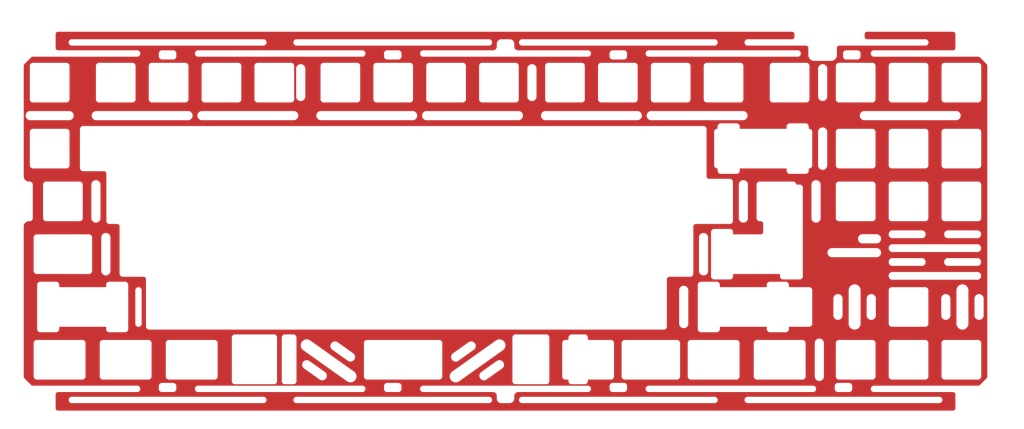
<source format=kicad_pcb>
(kicad_pcb (version 20210108) (generator pcbnew)
  (layers (0 "F.Cu" signal) (31 "B.Cu" signal) (34 "B.Paste" user) (35 "F.Paste" user) (36 "B.SilkS" user "B.Silkscreen") (37 "F.SilkS" user "F.Silkscreen") (38 "B.Mask" user) (39 "F.Mask" user) (44 "Edge.Cuts" user))
  (net 0 "")
  (footprint "f169_plates_graphics:half_plate_inscription" (layer "F.Cu") (at 331.960499 145.508499)
    (fp_text reference "G***" hide)
    (fp_text value "LOGO" hide)
  )
  (gr_arc (start 38.8615 71.417149) (end 38.8615 70.417149) (angle -90) (layer "Edge.Cuts") (width 0.01))
  (gr_arc (start 157.514626 66.917148) (end 157.514626 67.917148) (angle -180) (layer "Edge.Cuts") (width 0.01))
  (gr_arc (start 317.464966 64.917149) (end 318.464966 64.917149) (angle -90) (layer "Edge.Cuts") (width 0.01))
  (gr_arc (start 191.211501 176.429167) (end 190.342363 175.206629) (angle -180) (layer "Edge.Cuts") (width 0.01))
  (gr_line (start 378.35525 161.379648) (end 378.35525 155.379648) (layer "Edge.Cuts") (width 0.01))
  (gr_arc (start 360.423999 114.279649) (end 361.423999 114.279649) (angle -90) (layer "Edge.Cuts") (width 0.01))
  (gr_line (start 300.798999 127.279649) (end 301.180256 127.279649) (layer "Edge.Cuts") (width 0.01))
  (gr_arc (start 348.624 132.102187) (end 348.624 130.902187) (angle -90) (layer "Edge.Cuts") (width 0.01))
  (gr_arc (start 157.514625 187.929648) (end 157.514625 188.929648) (angle -180) (layer "Edge.Cuts") (width 0.01))
  (gr_line (start 285.26842 167.341648) (end 279.61362 167.341648) (layer "Edge.Cuts") (width 0.01))
  (gr_arc (start 93.724001 71.417149) (end 94.724001 71.417149) (angle -90) (layer "Edge.Cuts") (width 0.01))
  (gr_arc (start 286.7711 93.267648) (end 286.7711 92.267648) (angle -90) (layer "Edge.Cuts") (width 0.01))
  (gr_line (start 367.474 170.429648) (end 379.474 170.429648) (layer "Edge.Cuts") (width 0.01))
  (gr_arc (start 207.667751 63.423399) (end 207.667751 61.923399) (angle -90) (layer "Edge.Cuts") (width 0.01))
  (gr_arc (start 52.8615 191.929648) (end 52.8615 190.929648) (angle -180) (layer "Edge.Cuts") (width 0.01))
  (gr_arc (start 274.698999 83.417149) (end 274.698999 84.417149) (angle -90) (layer "Edge.Cuts") (width 0.01))
  (gr_arc (start 210.667749 191.423398) (end 210.667749 192.923398) (angle -90) (layer "Edge.Cuts") (width 0.01))
  (gr_arc (start 379.224 147.202187) (end 379.224 148.402187) (angle -90) (layer "Edge.Cuts") (width 0.01))
  (gr_arc (start 147.711343 172.469456) (end 148.58048 171.246918) (angle -180) (layer "Edge.Cuts") (width 0.01))
  (gr_line (start 308.259619 146.629648) (end 308.259619 147.291648) (layer "Edge.Cuts") (width 0.01))
  (gr_arc (start 47.861501 59.917148) (end 47.861501 58.917148) (angle -55.16505643) (layer "Edge.Cuts") (width 0.01))
  (gr_arc (start 85.3615 186.929648) (end 85.3615 185.929648) (angle -90) (layer "Edge.Cuts") (width 0.01))
  (gr_line (start 86.86902 171.429648) (end 86.86902 183.429648) (layer "Edge.Cuts") (width 0.01))
  (gr_arc (start 348.624 132.202187) (end 347.424 132.202187) (angle -90) (layer "Edge.Cuts") (width 0.01))
  (gr_arc (start 334.992749 164.379648) (end 332.992749 164.379648) (angle -180) (layer "Edge.Cuts") (width 0.01))
  (gr_line (start 37.8615 95.229649) (end 37.8615 107.229649) (layer "Edge.Cuts") (width 0.01))
  (gr_line (start 310.647099 93.929649) (end 310.647099 93.267648) (layer "Edge.Cuts") (width 0.01))
  (gr_line (start 70.199 129.279649) (end 70.198999 146.329647) (layer "Edge.Cuts") (width 0.01))
  (gr_curve (pts (xy 371.388004 195.335352) (xy 371.441883 195.213969) (xy 371.474 195.07322) (xy 371.474 194.929648)) (layer "Edge.Cuts") (width 0.01))
  (gr_line (start 46.861501 59.917148) (end 46.861501 61.488363) (layer "Edge.Cuts") (width 0.01))
  (gr_arc (start 65.10276 145.329648) (end 63.60276 145.329648) (angle -180) (layer "Edge.Cuts") (width 0.01))
  (gr_line (start 203.167751 63.917148) (end 133.861501 63.917148) (layer "Edge.Cuts") (width 0.01))
  (gr_line (start 215.16775 190.929648) (end 284.473999 190.929648) (layer "Edge.Cuts") (width 0.01))
  (gr_arc (start 286.7711 109.191649) (end 285.7711 109.191649) (angle -90) (layer "Edge.Cuts") (width 0.01))
  (gr_line (start 85.3615 185.929648) (end 89.3615 185.929648) (layer "Edge.Cuts") (width 0.01))
  (gr_line (start 293.39275 126.279648) (end 293.392749 114.279648) (layer "Edge.Cuts") (width 0.01))
  (gr_arc (start 318.601899 108.528993) (end 318.592374 108.229144) (angle -88.18062807) (layer "Edge.Cuts") (width 0.01))
  (gr_line (start 126.665251 169.429648) (end 126.665251 185.129648) (layer "Edge.Cuts") (width 0.01))
  (gr_line (start 284.38362 148.291648) (end 290.03842 148.291648) (layer "Edge.Cuts") (width 0.01))
  (gr_arc (start 379.224 147.102187) (end 380.424 147.102187) (angle -90) (layer "Edge.Cuts") (width 0.01))
  (gr_arc (start 299.798999 183.429648) (end 298.798999 183.429648) (angle -90) (layer "Edge.Cuts") (width 0.01))
  (gr_line (start 382.974 71.331362) (end 382.974 183.515434) (layer "Edge.Cuts") (width 0.01))
  (gr_line (start 367.473999 113.279649) (end 379.474 113.279649) (layer "Edge.Cuts") (width 0.01))
  (gr_curve (pts (xy 313.39335 61.288771) (xy 313.438666 61.175562) (xy 313.464966 61.046526) (xy 313.464966 60.917149)) (layer "Edge.Cuts") (width 0.01))
  (gr_line (start 360.423999 108.229649) (end 348.424 108.229649) (layer "Edge.Cuts") (width 0.01))
  (gr_line (start 233.019099 186.129648) (end 237.673899 186.129648) (layer "Edge.Cuts") (width 0.01))
  (gr_line (start 292.36648 170.429648) (end 275.986499 170.429648) (layer "Edge.Cuts") (width 0.01))
  (gr_arc (start 236.599 83.417149) (end 236.599 84.417149) (angle -90) (layer "Edge.Cuts") (width 0.01))
  (gr_line (start 360.423999 127.279649) (end 348.424 127.279649) (layer "Edge.Cuts") (width 0.01))
  (gr_arc (start 162.686501 83.417149) (end 161.686501 83.417149) (angle -90) (layer "Edge.Cuts") (width 0.01))
  (gr_arc (start 359.224 142.102187) (end 360.424 142.102187) (angle -90) (layer "Edge.Cuts") (width 0.01))
  (gr_arc (start 81.724001 83.417149) (end 80.724001 83.417149) (angle -90) (layer "Edge.Cuts") (width 0.01))
  (gr_line (start 252.820875 66.917149) (end 252.820875 67.917149) (layer "Edge.Cuts") (width 0.01))
  (gr_line (start 208.12795 173.856699) (end 192.37035 185.059219) (layer "Edge.Cuts") (width 0.01))
  (gr_arc (start 212.7865 83.417149) (end 212.7865 84.417149) (angle -90) (layer "Edge.Cuts") (width 0.01))
  (gr_arc (start 196.781278 172.469456) (end 197.650415 173.691995) (angle -180.0000009) (layer "Edge.Cuts") (width 0.01))
  (gr_arc (start 89.361501 67.917148) (end 89.361501 68.917148) (angle -90) (layer "Edge.Cuts") (width 0.01))
  (gr_arc (start 37.3615 111.279649) (end 35.3615 111.279649) (angle -90) (layer "Edge.Cuts") (width 0.01))
  (gr_arc (start 379.224 132.102187) (end 380.424 132.102187) (angle -90) (layer "Edge.Cuts") (width 0.01))
  (gr_line (start 261.698999 87.823399) (end 294.749 87.823399) (layer "Edge.Cuts") (width 0.01))
  (gr_arc (start 360.424 95.229649) (end 361.424 95.229649) (angle -90) (layer "Edge.Cuts") (width 0.01))
  (gr_arc (start 203.167751 62.917148) (end 203.167751 63.917148) (angle -180) (layer "Edge.Cuts") (width 0.01))
  (gr_arc (start 170.514625 186.929648) (end 171.514625 186.929648) (angle -90) (layer "Edge.Cuts") (width 0.01))
  (gr_arc (start 93.724001 83.417149) (end 93.724001 84.417149) (angle -90) (layer "Edge.Cuts") (width 0.01))
  (gr_arc (start 55.624 126.279649) (end 55.624 127.279649) (angle -90) (layer "Edge.Cuts") (width 0.01))
  (gr_arc (start 233.019099 185.129648) (end 232.019099 185.129648) (angle -90) (layer "Edge.Cuts") (width 0.01))
  (gr_arc (start 284.38362 131.367647) (end 284.38362 130.367647) (angle -90) (layer "Edge.Cuts") (width 0.01))
  (gr_line (start 204.667751 188.929648) (end 179.514625 188.929648) (layer "Edge.Cuts") (width 0.01))
  (gr_arc (start 87.86902 183.429648) (end 86.86902 183.429648) (angle -90) (layer "Edge.Cuts") (width 0.01))
  (gr_line (start 75.674 71.417149) (end 75.674001 83.417149) (layer "Edge.Cuts") (width 0.01))
  (gr_arc (start 55.624 114.279649) (end 56.624 114.279649) (angle -90) (layer "Edge.Cuts") (width 0.01))
  (gr_arc (start 379.473999 183.429648) (end 379.473999 184.429648) (angle -90) (layer "Edge.Cuts") (width 0.01))
  (gr_line (start 326.773999 137.279648) (end 342.873999 137.279648) (layer "Edge.Cuts") (width 0.01))
  (gr_arc (start 331.974 67.917149) (end 330.974 67.917149) (angle -90) (layer "Edge.Cuts") (width 0.01))
  (gr_curve (pts (xy 47.0407 59.345934) (xy 46.999814 59.404684) (xy 46.962582 59.471915) (xy 46.933116 59.545526)) (layer "Edge.Cuts") (width 0.01))
  (gr_line (start 342.492749 155.379648) (end 342.492749 161.379648) (layer "Edge.Cuts") (width 0.01))
  (gr_line (start 281.461499 94.229649) (end 281.486499 111.279648) (layer "Edge.Cuts") (width 0.01))
  (gr_arc (start 341.373999 183.429648) (end 341.373999 184.429648) (angle -90) (layer "Edge.Cuts") (width 0.01))
  (gr_arc (start 348.424 164.379648) (end 347.424 164.379648) (angle -90) (layer "Edge.Cuts") (width 0.01))
  (gr_arc (start 89.361501 66.917148) (end 90.361501 66.917148) (angle -90) (layer "Edge.Cuts") (width 0.01))
  (gr_arc (start 40.24402 183.429648) (end 39.24402 183.429648) (angle -90) (layer "Edge.Cuts") (width 0.01))
  (gr_arc (start 291.33842 146.629648) (end 291.33842 146.329648) (angle -90) (layer "Edge.Cuts") (width 0.01))
  (gr_line (start 98.361501 65.917148) (end 157.514626 65.917148) (layer "Edge.Cuts") (width 0.01))
  (gr_line (start 55.624 127.279649) (end 43.624001 127.279649) (layer "Edge.Cuts") (width 0.01))
  (gr_line (start 43.624001 113.279649) (end 55.624 113.279649) (layer "Edge.Cuts") (width 0.01))
  (gr_arc (start 339.459611 59.917149) (end 339.459611 58.917149) (angle -55.16505643) (layer "Edge.Cuts") (width 0.01))
  (gr_line (start 40.24402 184.429648) (end 56.624 184.429648) (layer "Edge.Cuts") (width 0.01))
  (gr_arc (start 305.5615 71.417149) (end 305.5615 70.417149) (angle -90) (layer "Edge.Cuts") (width 0.01))
  (gr_line (start 339.459611 61.917149) (end 360.474 61.917149) (layer "Edge.Cuts") (width 0.01))
  (gr_arc (start 326.873999 138.779648) (end 326.773999 137.279648) (angle -172.3718503) (layer "Edge.Cuts") (width 0.01))
  (gr_arc (start 193.736501 83.417149) (end 193.736501 84.417149) (angle -90) (layer "Edge.Cuts") (width 0.01))
  (gr_arc (start 379.224 142.202187) (end 379.224 143.402187) (angle -90) (layer "Edge.Cuts") (width 0.01))
  (gr_arc (start 119.824001 71.417149) (end 119.824001 70.417149) (angle -90) (layer "Edge.Cuts") (width 0.01))
  (gr_arc (start 260.820874 187.929648) (end 260.820874 186.929648) (angle -180) (layer "Edge.Cuts") (width 0.01))
  (gr_arc (start 322.276489 171.429648) (end 323.77649 171.429648) (angle -180) (layer "Edge.Cuts") (width 0.01))
  (gr_line (start 51.8615 71.417149) (end 51.8615 83.417149) (layer "Edge.Cuts") (width 0.01))
  (gr_arc (start 143.093298 183.186359) (end 142.224161 184.408897) (angle -179.9999991) (layer "Edge.Cuts") (width 0.01))
  (gr_arc (start 62.674 83.417149) (end 61.674 83.417149) (angle -90) (layer "Edge.Cuts") (width 0.01))
  (gr_arc (start 215.167749 191.929648) (end 215.16775 190.929648) (angle -180) (layer "Edge.Cuts") (width 0.01))
  (gr_arc (start 56.9115 94.229649) (end 56.9115 93.229649) (angle -90) (layer "Edge.Cuts") (width 0.01))
  (gr_line (start 180.7365 83.417149) (end 180.736501 71.417149) (layer "Edge.Cuts") (width 0.01))
  (gr_arc (start 329.374 183.429648) (end 328.374 183.429648) (angle -90) (layer "Edge.Cuts") (width 0.01))
  (gr_arc (start 341.373999 171.429648) (end 342.373999 171.429648) (angle -90) (layer "Edge.Cuts") (width 0.01))
  (gr_line (start 60.00652 145.329648) (end 60.00652 133.329648) (layer "Edge.Cuts") (width 0.01))
  (gr_arc (start 85.361501 66.917148) (end 85.361501 65.917148) (angle -90) (layer "Edge.Cuts") (width 0.01))
  (gr_line (start 318.301899 108.528993) (end 318.301899 109.191649) (layer "Edge.Cuts") (width 0.01))
  (gr_line (start 51.8615 107.229649) (end 51.8615 95.229649) (layer "Edge.Cuts") (width 0.01))
  (gr_arc (start 112.774001 83.417149) (end 112.774001 84.417149) (angle -90) (layer "Edge.Cuts") (width 0.01))
  (gr_line (start 348.424 70.417149) (end 360.423999 70.417149) (layer "Edge.Cuts") (width 0.01))
  (gr_arc (start 37.3615 129.279648) (end 37.3615 127.279649) (angle -90) (layer "Edge.Cuts") (width 0.01))
  (gr_arc (start 61.53025 114.279649) (end 63.03025 114.279649) (angle -180) (layer "Edge.Cuts") (width 0.01))
  (gr_arc (start 296.474 62.917149) (end 296.474 61.917149) (angle -180) (layer "Edge.Cuts") (width 0.01))
  (gr_arc (start 121.8615 191.929648) (end 121.8615 192.929648) (angle -180) (layer "Edge.Cuts") (width 0.01))
  (gr_arc (start 294.89275 126.279648) (end 293.39275 126.279648) (angle -180) (layer "Edge.Cuts") (width 0.01))
  (gr_line (start 65.436501 127.279649) (end 65.436501 110.229649) (layer "Edge.Cuts") (width 0.01))
  (gr_line (start 47.143421 149.417647) (end 41.488621 149.417647) (layer "Edge.Cuts") (width 0.01))
  (gr_line (start 371.5615 90.823399) (end 338.511499 90.823399) (layer "Edge.Cuts") (width 0.01))
  (gr_arc (start 312.799 114.279648) (end 313.759945 114.002911) (angle -73.93440149) (layer "Edge.Cuts") (width 0.01))
  (gr_line (start 341.373999 184.429648) (end 329.374 184.429648) (layer "Edge.Cuts") (width 0.01))
  (gr_line (start 292.4259 110.191649) (end 286.7711 110.191649) (layer "Edge.Cuts") (width 0.01))
  (gr_line (start 337.773999 132.279648) (end 342.873999 132.279648) (layer "Edge.Cuts") (width 0.01))
  (gr_arc (start 251.820874 187.929648) (end 251.820874 188.929648) (angle -90) (layer "Edge.Cuts") (width 0.01))
  (gr_arc (start 179.514626 66.917148) (end 179.514626 65.917148) (angle -180) (layer "Edge.Cuts") (width 0.01))
  (gr_line (start 361.424 95.229649) (end 361.424 107.229649) (layer "Edge.Cuts") (width 0.01))
  (gr_line (start 213.667749 65.917149) (end 238.820875 65.917149) (layer "Edge.Cuts") (width 0.01))
  (gr_arc (start 367.474 126.279649) (end 366.473999 126.279649) (angle -90) (layer "Edge.Cuts") (width 0.01))
  (gr_arc (start 275.986499 183.429648) (end 274.986499 183.429648) (angle -90) (layer "Edge.Cuts") (width 0.01))
  (gr_arc (start 59.00652 133.329648) (end 60.00652 133.329648) (angle -90) (layer "Edge.Cuts") (width 0.01))
  (gr_arc (start 379.224 142.102187) (end 380.424 142.102187) (angle -90) (layer "Edge.Cuts") (width 0.01))
  (gr_arc (start 312.464966 59.917149) (end 313.285767 59.345934) (angle -55.16505643) (layer "Edge.Cuts") (width 0.01))
  (gr_line (start 348.424 151.379648) (end 360.424 151.379648) (layer "Edge.Cuts") (width 0.01))
  (gr_line (start 223.796499 186.129499) (end 212.796499 186.129499) (layer "Edge.Cuts") (width 0.01))
  (gr_arc (start 348.424 107.229649) (end 347.424 107.229649) (angle -90) (layer "Edge.Cuts") (width 0.01))
  (gr_line (start 301.187243 132.329648) (end 291.33092 132.329648) (layer "Edge.Cuts") (width 0.01))
  (gr_line (start 52.8615 190.929648) (end 121.861501 190.929648) (layer "Edge.Cuts") (width 0.01))
  (gr_arc (start 323.467313 107.229649) (end 321.967313 107.229649) (angle -180) (layer "Edge.Cuts") (width 0.01))
  (gr_line (start 366.474 107.229649) (end 366.474 95.229649) (layer "Edge.Cuts") (width 0.01))
  (gr_line (start 65.36462 165.679648) (end 65.36462 166.341648) (layer "Edge.Cuts") (width 0.01))
  (gr_line (start 299.798999 170.429648) (end 316.17898 170.429648) (layer "Edge.Cuts") (width 0.01))
  (gr_arc (start 275.699 146.329648) (end 275.699 147.329648) (angle -90) (layer "Edge.Cuts") (width 0.01))
  (gr_arc (start 50.8615 71.417149) (end 51.8615 71.417149) (angle -90) (layer "Edge.Cuts") (width 0.01))
  (gr_arc (start 370.474 194.929648) (end 370.474 195.929648) (angle -55.16505643) (layer "Edge.Cuts") (width 0.01))
  (gr_arc (start 137.523521 179.226648) (end 138.392658 178.004109) (angle -179.9999988) (layer "Edge.Cuts") (width 0.01))
  (gr_line (start 294.749 90.823399) (end 261.698999 90.823399) (layer "Edge.Cuts") (width 0.01))
  (gr_arc (start 204.667751 64.417149) (end 204.667751 65.917149) (angle -90) (layer "Edge.Cuts") (width 0.01))
  (gr_arc (start 133.861501 62.917148) (end 133.861501 61.917148) (angle -180) (layer "Edge.Cuts") (width 0.01))
  (gr_line (start 146.842206 173.691995) (end 152.411983 177.651706) (layer "Edge.Cuts") (width 0.01))
  (gr_line (start 311.444419 151.379648) (end 318.561499 151.379648) (layer "Edge.Cuts") (width 0.01))
  (gr_arc (start 318.601899 93.930304) (end 318.301899 93.930304) (angle -88.18062807) (layer "Edge.Cuts") (width 0.01))
  (gr_line (start 329.374 70.417149) (end 341.373999 70.417149) (layer "Edge.Cuts") (width 0.01))
  (gr_arc (start 247.820875 66.917149) (end 247.820875 65.917149) (angle -90) (layer "Edge.Cuts") (width 0.01))
  (gr_arc (start 155.636501 71.417149) (end 156.636501 71.417149) (angle -90) (layer "Edge.Cuts") (width 0.01))
  (gr_line (start 327.492749 161.379648) (end 327.492749 155.379648) (layer "Edge.Cuts") (width 0.01))
  (gr_line (start 194.736501 71.417149) (end 194.736501 83.417149) (layer "Edge.Cuts") (width 0.01))
  (gr_arc (start 100.774 71.417149) (end 100.774001 70.417149) (angle -90) (layer "Edge.Cuts") (width 0.01))
  (gr_line (start 223.598999 87.823399) (end 256.649 87.823399) (layer "Edge.Cuts") (width 0.01))
  (gr_arc (start 213.7865 89.323399) (end 213.7865 90.823399) (angle -180) (layer "Edge.Cuts") (width 0.01))
  (gr_arc (start 78.724001 148.329648) (end 79.724001 148.329648) (angle -90) (layer "Edge.Cuts") (width 0.01))
  (gr_arc (start 329.373999 114.279649) (end 329.373999 113.279649) (angle -90) (layer "Edge.Cuts") (width 0.01))
  (gr_curve (pts (xy 338.531227 59.545526) (xy 338.485911 59.658735) (xy 338.459611 59.787771) (xy 338.459611 59.917149)) (layer "Edge.Cuts") (width 0.01))
  (gr_arc (start 206.9691 172.226648) (end 208.12795 173.856699) (angle -180) (layer "Edge.Cuts") (width 0.01))
  (gr_line (start 37.624 113.279649) (end 37.3615 113.279649) (layer "Edge.Cuts") (width 0.01))
  (gr_line (start 38.624 126.279649) (end 38.624 114.279649) (layer "Edge.Cuts") (width 0.01))
  (gr_arc (start 311.444419 151.079648) (end 311.144419 151.079648) (angle -90) (layer "Edge.Cuts") (width 0.01))
  (gr_arc (start 119.824 83.417149) (end 118.824 83.417149) (angle -90) (layer "Edge.Cuts") (width 0.01))
  (gr_arc (start 379.474 83.417148) (end 379.474 84.417148) (angle -90) (layer "Edge.Cuts") (width 0.01))
  (gr_line (start 165.514625 187.929648) (end 165.514625 186.929648) (layer "Edge.Cuts") (width 0.01))
  (gr_arc (start 292.36648 183.429648) (end 292.366479 184.429648) (angle -90) (layer "Edge.Cuts") (width 0.01))
  (gr_arc (start 379.85525 161.379648) (end 378.35525 161.379648) (angle -180) (layer "Edge.Cuts") (width 0.01))
  (gr_arc (start 341.374 95.229649) (end 342.374 95.229649) (angle -90) (layer "Edge.Cuts") (width 0.01))
  (gr_line (start 90.3615 186.929648) (end 90.3615 187.929648) (layer "Edge.Cuts") (width 0.01))
  (gr_line (start 310.144419 167.341648) (end 304.489619 167.341648) (layer "Edge.Cuts") (width 0.01))
  (gr_arc (start 341.373999 107.229649) (end 341.373999 108.229649) (angle -90) (layer "Edge.Cuts") (width 0.01))
  (gr_line (start 366.474 83.417149) (end 366.474 71.417149) (layer "Edge.Cuts") (width 0.01))
  (gr_arc (start 348.624 137.202187) (end 347.424 137.202187) (angle -90) (layer "Edge.Cuts") (width 0.01))
  (gr_line (start 63.05652 183.429648) (end 63.05652 171.429648) (layer "Edge.Cuts") (width 0.01))
  (gr_line (start 74.674001 84.417149) (end 62.674001 84.417149) (layer "Edge.Cuts") (width 0.01))
  (gr_line (start 80.4365 184.429648) (end 64.05652 184.429648) (layer "Edge.Cuts") (width 0.01))
  (gr_line (start 341.373999 127.279649) (end 329.373999 127.279649) (layer "Edge.Cuts") (width 0.01))
  (gr_line (start 248.123999 183.429648) (end 248.123999 171.429648) (layer "Edge.Cuts") (width 0.01))
  (gr_line (start 252.173999 184.429648) (end 270.936499 184.429648) (layer "Edge.Cuts") (width 0.01))
  (gr_arc (start 260.820875 66.917149) (end 260.820875 65.917149) (angle -180) (layer "Edge.Cuts") (width 0.01))
  (gr_arc (start 310.144419 150.417647) (end 311.144419 150.417647) (angle -90) (layer "Edge.Cuts") (width 0.01))
  (gr_line (start 46.8615 193.358433) (end 46.8615 189.929648) (layer "Edge.Cuts") (width 0.01))
  (gr_line (start 157.514625 186.929648) (end 98.3615 186.929648) (layer "Edge.Cuts") (width 0.01))
  (gr_line (start 232.019099 184.929648) (end 232.019099 185.129648) (layer "Edge.Cuts") (width 0.01))
  (gr_arc (start 321.0865 114.279649) (end 322.5865 114.279649) (angle -180) (layer "Edge.Cuts") (width 0.01))
  (gr_arc (start 38.775714 68.917148) (end 38.775714 67.917148) (angle -45) (layer "Edge.Cuts") (width 0.01))
  (gr_arc (start 62.674001 71.417149) (end 62.674001 70.417149) (angle -90) (layer "Edge.Cuts") (width 0.01))
  (gr_arc (start 201.399323 183.186359) (end 200.530186 181.96382) (angle -180) (layer "Edge.Cuts") (width 0.01))
  (gr_arc (start 328.974 186.929648) (end 328.974 185.929648) (angle -90) (layer "Edge.Cuts") (width 0.01))
  (gr_arc (start 181.736501 83.417149) (end 180.7365 83.417149) (angle -90) (layer "Edge.Cuts") (width 0.01))
  (gr_arc (start 332.974 187.929648) (end 332.974 188.929648) (angle -90) (layer "Edge.Cuts") (width 0.01))
  (gr_line (start 65.06462 151.379648) (end 48.443421 151.379648) (layer "Edge.Cuts") (width 0.01))
  (gr_arc (start 223.796499 169.429499) (end 224.796499 169.429499) (angle -90) (layer "Edge.Cuts") (width 0.01))
  (gr_line (start 94.724001 71.417149) (end 94.724 83.417149) (layer "Edge.Cuts") (width 0.01))
  (gr_line (start 193.736501 84.417149) (end 181.736501 84.417149) (layer "Edge.Cuts") (width 0.01))
  (gr_curve (pts (xy 338.459611 60.917149) (xy 338.459611 61.046526) (xy 338.485911 61.175562) (xy 338.531227 61.288771)) (layer "Edge.Cuts") (width 0.01))
  (gr_line (start 368.624 140.902187) (end 379.224 140.902187) (layer "Edge.Cuts") (width 0.01))
  (gr_line (start 289.986499 112.279648) (end 282.4865 112.279649) (layer "Edge.Cuts") (width 0.01))
  (gr_arc (start 286.56842 151.079648) (end 286.26842 151.079648) (angle -90) (layer "Edge.Cuts") (width 0.01))
  (gr_arc (start 331.974 66.917149) (end 331.974 65.917149) (angle -90) (layer "Edge.Cuts") (width 0.01))
  (gr_line (start 61.674 87.823399) (end 94.724001 87.823399) (layer "Edge.Cuts") (width 0.01))
  (gr_arc (start 304.489619 166.341648) (end 303.489619 166.341648) (angle -90) (layer "Edge.Cuts") (width 0.01))
  (gr_arc (start 153.281121 183.429167) (end 152.122271 185.059219) (angle -180) (layer "Edge.Cuts") (width 0.01))
  (gr_line (start 380.424 142.102187) (end 380.424 142.202187) (layer "Edge.Cuts") (width 0.01))
  (gr_line (start 133.861501 61.917148) (end 203.167751 61.917148) (layer "Edge.Cuts") (width 0.01))
  (gr_arc (start 342.873999 138.779648) (end 342.873999 140.279648) (angle -180) (layer "Edge.Cuts") (width 0.01))
  (gr_line (start 170.514626 68.917149) (end 166.514626 68.917149) (layer "Edge.Cuts") (width 0.01))
  (gr_line (start 133.665251 169.429648) (end 133.665251 185.129648) (layer "Edge.Cuts") (width 0.01))
  (gr_line (start 232.019099 169.429647) (end 232.019099 169.929648) (layer "Edge.Cuts") (width 0.01))
  (gr_line (start 348.624 135.902187) (end 379.224 135.902187) (layer "Edge.Cuts") (width 0.01))
  (gr_line (start 40.488621 150.417647) (end 40.488621 166.341648) (layer "Edge.Cuts") (width 0.01))
  (gr_line (start 342.373999 114.279649) (end 342.373999 126.279649) (layer "Edge.Cuts") (width 0.01))
  (gr_line (start 312.464966 58.917149) (end 47.861501 58.917148) (layer "Edge.Cuts") (width 0.01))
  (gr_line (start 282.03756 133.329648) (end 282.03756 145.329648) (layer "Edge.Cuts") (width 0.01))
  (gr_line (start 99.774 83.417149) (end 99.774 71.417149) (layer "Edge.Cuts") (width 0.01))
  (gr_arc (start 293.7259 108.529648) (end 293.7259 108.229648) (angle -90) (layer "Edge.Cuts") (width 0.01))
  (gr_arc (start 233.019099 169.429647) (end 233.019099 168.429647) (angle -90) (layer "Edge.Cuts") (width 0.01))
  (gr_arc (start 121.861501 62.917148) (end 121.861501 63.917148) (angle -180) (layer "Edge.Cuts") (width 0.01))
  (gr_line (start 89.361501 68.917148) (end 85.361501 68.917148) (layer "Edge.Cuts") (width 0.01))
  (gr_arc (start 51.8615 89.323399) (end 51.8615 90.823399) (angle -180) (layer "Edge.Cuts") (width 0.01))
  (gr_arc (start 285.26842 166.341648) (end 285.26842 167.341648) (angle -90) (layer "Edge.Cuts") (width 0.01))
  (gr_arc (start 206.9691 179.226648) (end 207.838237 180.449186) (angle -180) (layer "Edge.Cuts") (width 0.01))
  (gr_arc (start 111.665251 169.429648) (end 111.665251 168.429648) (angle -90) (layer "Edge.Cuts") (width 0.01))
  (gr_arc (start 359.224 142.202187) (end 359.224 143.402187) (angle -90) (layer "Edge.Cuts") (width 0.01))
  (gr_line (start 165.514626 67.917149) (end 165.514626 66.917149) (layer "Edge.Cuts") (width 0.01))
  (gr_arc (start 321.0865 126.279649) (end 319.5865 126.279649) (angle -180) (layer "Edge.Cuts") (width 0.01))
  (gr_line (start 38.8615 70.417149) (end 50.8615 70.417149) (layer "Edge.Cuts") (width 0.01))
  (gr_line (start 77.87171 152.379648) (end 77.87171 164.379648) (layer "Edge.Cuts") (width 0.01))
  (gr_arc (start 367.473999 107.229649) (end 366.474 107.229649) (angle -90) (layer "Edge.Cuts") (width 0.01))
  (gr_arc (start 334.992749 152.379648) (end 336.992749 152.379648) (angle -180) (layer "Edge.Cuts") (width 0.01))
  (gr_line (start 166.514625 185.929648) (end 170.514625 185.929648) (layer "Edge.Cuts") (width 0.01))
  (gr_arc (start 37.8615 89.323399) (end 37.8615 87.823399) (angle -180) (layer "Edge.Cuts") (width 0.01))
  (gr_arc (start 341.373999 114.279649) (end 342.373999 114.279649) (angle -90) (layer "Edge.Cuts") (width 0.01))
  (gr_arc (start 360.474 62.917149) (end 360.474 63.917149) (angle -180) (layer "Edge.Cuts") (width 0.01))
  (gr_line (start 207.838237 180.449186) (end 202.26846 184.408897) (layer "Edge.Cuts") (width 0.01))
  (gr_line (start 370.474 58.917149) (end 339.459611 58.917149) (layer "Edge.Cuts") (width 0.01))
  (gr_line (start 360.423999 184.429648) (end 348.423999 184.429648) (layer "Edge.Cuts") (width 0.01))
  (gr_arc (start 275.986499 171.429648) (end 275.986499 170.429648) (angle -90) (layer "Edge.Cuts") (width 0.01))
  (gr_line (start 286.26842 165.679648) (end 286.26842 166.341648) (layer "Edge.Cuts") (width 0.01))
  (gr_line (start 38.8615 108.229649) (end 50.8615 108.229649) (layer "Edge.Cuts") (width 0.01))
  (gr_arc (start 38.8615 95.229649) (end 38.8615 94.229649) (angle -90) (layer "Edge.Cuts") (width 0.01))
  (gr_arc (start 293.748999 71.417149) (end 294.748999 71.417149) (angle -90) (layer "Edge.Cuts") (width 0.01))
  (gr_arc (start 50.8615 83.417149) (end 50.8615 84.417149) (angle -90) (layer "Edge.Cuts") (width 0.01))
  (gr_arc (start 289.986499 127.279648) (end 289.986499 128.279649) (angle -90) (layer "Edge.Cuts") (width 0.01))
  (gr_arc (start 251.820875 67.917149) (end 251.820875 68.917149) (angle -90) (layer "Edge.Cuts") (width 0.01))
  (gr_arc (start 213.667749 190.429648) (end 213.667749 188.929648) (angle -90) (layer "Edge.Cuts") (width 0.01))
  (gr_line (start 370.474 195.929648) (end 47.8615 195.929648) (layer "Edge.Cuts") (width 0.01))
  (gr_line (start 309.259619 148.291648) (end 315.180122 148.291648) (layer "Edge.Cuts") (width 0.01))
  (gr_arc (start 341.974 187.929648) (end 341.974 186.929648) (angle -180) (layer "Edge.Cuts") (width 0.01))
  (gr_line (start 281.749 70.417149) (end 293.748999 70.417149) (layer "Edge.Cuts") (width 0.01))
  (gr_line (start 132.824001 71.417149) (end 132.824001 83.417149) (layer "Edge.Cuts") (width 0.01))
  (gr_arc (start 314.464966 66.917149) (end 314.464966 67.917149) (angle -180) (layer "Edge.Cuts") (width 0.01))
  (gr_line (start 261.699 83.417149) (end 261.699 71.417149) (layer "Edge.Cuts") (width 0.01))
  (gr_arc (start 281.749 71.417149) (end 281.749 70.417149) (angle -90) (layer "Edge.Cuts") (width 0.01))
  (gr_curve (pts (xy 46.933116 195.30127) (xy 46.962582 195.374881) (xy 46.999814 195.442112) (xy 47.0407 195.500862)) (layer "Edge.Cuts") (width 0.01))
  (gr_arc (start 129.665251 169.429648) (end 129.665251 168.429648) (angle -90) (layer "Edge.Cuts") (width 0.01))
  (gr_line (start 200.786501 70.417149) (end 212.7865 70.417149) (layer "Edge.Cuts") (width 0.01))
  (gr_arc (start 367.474 171.429648) (end 367.474 170.429648) (angle -90) (layer "Edge.Cuts") (width 0.01))
  (gr_line (start 142.6365 87.823399) (end 175.686501 87.823399) (layer "Edge.Cuts") (width 0.01))
  (gr_arc (start 379.474 171.429648) (end 380.474 171.429648) (angle -90) (layer "Edge.Cuts") (width 0.01))
  (gr_line (start 342.373999 71.417149) (end 342.373999 83.417149) (layer "Edge.Cuts") (width 0.01))
  (gr_arc (start 48.443421 165.679648) (end 48.443421 165.379648) (angle -90) (layer "Edge.Cuts") (width 0.01))
  (gr_line (start 69.199 128.279649) (end 66.436501 128.279649) (layer "Edge.Cuts") (width 0.01))
  (gr_arc (start 38.861501 83.417149) (end 37.8615 83.417149) (angle -90) (layer "Edge.Cuts") (width 0.01))
  (gr_line (start 237.599 71.417149) (end 237.599 83.417149) (layer "Edge.Cuts") (width 0.01))
  (gr_arc (start 132.665251 185.129648) (end 132.665251 186.129648) (angle -90) (layer "Edge.Cuts") (width 0.01))
  (gr_line (start 380.424 137.102187) (end 380.424 137.202187) (layer "Edge.Cuts") (width 0.01))
  (gr_line (start 360.474 63.917149) (end 329.459611 63.917149) (layer "Edge.Cuts") (width 0.01))
  (gr_arc (start 329.374 171.429648) (end 329.374 170.429648) (angle -90) (layer "Edge.Cuts") (width 0.01))
  (gr_line (start 185.211501 184.429167) (end 159.281121 184.429167) (layer "Edge.Cuts") (width 0.01))
  (gr_arc (start 335.974 66.917149) (end 336.974 66.917149) (angle -90) (layer "Edge.Cuts") (width 0.01))
  (gr_line (start 380.474 171.429648) (end 380.474 183.429648) (layer "Edge.Cuts") (width 0.01))
  (gr_line (start 275.699 147.329648) (end 268.174 147.329649) (layer "Edge.Cuts") (width 0.01))
  (gr_arc (start 98.361501 66.917148) (end 98.361501 65.917148) (angle -180) (layer "Edge.Cuts") (width 0.01))
  (gr_arc (start 284.38362 147.291648) (end 283.38362 147.291648) (angle -90) (layer "Edge.Cuts") (width 0.01))
  (gr_arc (start 367.473999 83.417149) (end 366.474 83.417149) (angle -90) (layer "Edge.Cuts") (width 0.01))
  (gr_arc (start 65.06462 151.079648) (end 65.06462 151.379648) (angle -90) (layer "Edge.Cuts") (width 0.01))
  (gr_arc (start 135.349 82.417149) (end 133.849 82.417149) (angle -180) (layer "Edge.Cuts") (width 0.01))
  (gr_arc (start 368.624 142.102187) (end 368.624 140.902187) (angle -90) (layer "Edge.Cuts") (width 0.01))
  (gr_arc (start 204.667751 190.429648) (end 206.167751 190.429648) (angle -90) (layer "Edge.Cuts") (width 0.01))
  (gr_line (start 331.974 65.917149) (end 335.974 65.917149) (layer "Edge.Cuts") (width 0.01))
  (gr_arc (start 379.559786 68.917149) (end 380.266893 68.210042) (angle -45) (layer "Edge.Cuts") (width 0.01))
  (gr_line (start 318.561499 71.417149) (end 318.561499 83.417149) (layer "Edge.Cuts") (width 0.01))
  (gr_line (start 313.464966 60.917149) (end 313.464966 59.917149) (layer "Edge.Cuts") (width 0.01))
  (gr_line (start 303.489619 151.079648) (end 303.489619 150.417647) (layer "Edge.Cuts") (width 0.01))
  (gr_arc (start 47.861501 64.917148) (end 46.861501 64.917148) (angle -90) (layer "Edge.Cuts") (width 0.01))
  (gr_line (start 328.974 185.929648) (end 332.974 185.929648) (layer "Edge.Cuts") (width 0.01))
  (gr_line (start 328.373999 126.279649) (end 328.374 114.279649) (layer "Edge.Cuts") (width 0.01))
  (gr_line (start 89.3615 188.929648) (end 85.3615 188.929648) (layer "Edge.Cuts") (width 0.01))
  (gr_arc (start 43.624 114.279649) (end 43.624001 113.279649) (angle -90) (layer "Edge.Cuts") (width 0.01))
  (gr_arc (start 284.474 62.917149) (end 284.474 63.917149) (angle -180) (layer "Edge.Cuts") (width 0.01))
  (gr_line (start 293.36648 183.429648) (end 293.36648 171.429648) (layer "Edge.Cuts") (width 0.01))
  (gr_line (start 276.698999 129.279649) (end 276.699 146.329648) (layer "Edge.Cuts") (width 0.01))
  (gr_arc (start 255.649 83.417149) (end 255.649 84.417149) (angle -90) (layer "Edge.Cuts") (width 0.01))
  (gr_arc (start 247.820874 186.929648) (end 247.820874 185.929648) (angle -90) (layer "Edge.Cuts") (width 0.01))
  (gr_line (start 324.967749 72.417149) (end 324.967749 82.417149) (layer "Edge.Cuts") (width 0.01))
  (gr_line (start 311.144419 165.679648) (end 311.144419 166.341648) (layer "Edge.Cuts") (width 0.01))
  (gr_line (start 321.967749 82.417149) (end 321.967749 72.417149) (layer "Edge.Cuts") (width 0.01))
  (gr_arc (start 379.224 137.202187) (end 379.224 138.402187) (angle -90) (layer "Edge.Cuts") (width 0.01))
  (gr_line (start 237.673899 168.429647) (end 233.019099 168.429647) (layer "Edge.Cuts") (width 0.01))
  (gr_arc (start 87.86902 171.429648) (end 87.86902 170.429648) (angle -90) (layer "Edge.Cuts") (width 0.01))
  (gr_line (start 360.424 132.102187) (end 360.424 132.202187) (layer "Edge.Cuts") (width 0.01))
  (gr_line (start 317.301899 110.191649) (end 311.647099 110.191649) (layer "Edge.Cuts") (width 0.01))
  (gr_arc (start 379.473999 107.229649) (end 379.473999 108.229649) (angle -90) (layer "Edge.Cuts") (width 0.01))
  (gr_arc (start 367.474 95.229649) (end 367.474 94.229649) (angle -90) (layer "Edge.Cuts") (width 0.01))
  (gr_line (start 48.143421 151.079648) (end 48.143421 150.417647) (layer "Edge.Cuts") (width 0.01))
  (gr_curve (pts (xy 313.39335 59.545526) (xy 313.363884 59.471915) (xy 313.326653 59.404684) (xy 313.285767 59.345934)) (layer "Edge.Cuts") (width 0.01))
  (gr_line (start 48.143421 166.341648) (end 48.143421 165.679648) (layer "Edge.Cuts") (width 0.01))
  (gr_line (start 369.35525 155.379648) (end 369.35525 161.379648) (layer "Edge.Cuts") (width 0.01))
  (gr_arc (start 348.423999 183.429648) (end 347.423999 183.429648) (angle -90) (layer "Edge.Cuts") (width 0.01))
  (gr_arc (start 332.973999 186.929648) (end 333.974 186.929648) (angle -90) (layer "Edge.Cuts") (width 0.01))
  (gr_line (start 210.667749 192.923398) (end 207.667751 192.923398) (layer "Edge.Cuts") (width 0.01))
  (gr_line (start 35.654394 184.222541) (end 38.068607 186.636754) (layer "Edge.Cuts") (width 0.01))
  (gr_arc (start 379.474 71.417149) (end 380.474 71.417149) (angle -90) (layer "Edge.Cuts") (width 0.01))
  (gr_line (start 361.423999 114.279649) (end 361.423999 126.279649) (layer "Edge.Cuts") (width 0.01))
  (gr_arc (start 142.6365 89.323399) (end 142.6365 87.823399) (angle -180) (layer "Edge.Cuts") (width 0.01))
  (gr_arc (start 200.786501 71.417149) (end 200.786501 70.417149) (angle -90) (layer "Edge.Cuts") (width 0.01))
  (gr_arc (start 289.986499 113.279648) (end 290.986499 113.279648) (angle -90) (layer "Edge.Cuts") (width 0.01))
  (gr_line (start 224.796499 169.429499) (end 224.796499 185.129499) (layer "Edge.Cuts") (width 0.01))
  (gr_line (start 283.38362 131.367647) (end 283.38362 147.291648) (layer "Edge.Cuts") (width 0.01))
  (gr_line (start 133.849 82.417149) (end 133.849 72.417149) (layer "Edge.Cuts") (width 0.01))
  (gr_line (start 291.33842 146.329648) (end 307.959619 146.329648) (layer "Edge.Cuts") (width 0.01))
  (gr_arc (start 318.561499 152.379648) (end 319.561499 152.379648) (angle -90) (layer "Edge.Cuts") (width 0.01))
  (gr_arc (start 291.33092 132.029648) (end 291.03092 132.029648) (angle -90) (layer "Edge.Cuts") (width 0.01))
  (gr_line (start 37.8615 87.823399) (end 51.8615 87.823399) (layer "Edge.Cuts") (width 0.01))
  (gr_arc (start 237.673899 169.429647) (end 238.673899 169.429647) (angle -90) (layer "Edge.Cuts") (width 0.01))
  (gr_arc (start 239.173899 184.929648) (end 239.173899 184.429648) (angle -90) (layer "Edge.Cuts") (width 0.01))
  (gr_arc (start 132.824001 89.323399) (end 132.824001 90.823399) (angle -180) (layer "Edge.Cuts") (width 0.01))
  (gr_arc (start 279.61362 166.341648) (end 278.61362 166.341648) (angle -90) (layer "Edge.Cuts") (width 0.01))
  (gr_arc (start 309.259619 147.291648) (end 308.259619 147.291648) (angle -90) (layer "Edge.Cuts") (width 0.01))
  (gr_line (start 217.19275 82.417149) (end 217.19275 72.417149) (layer "Edge.Cuts") (width 0.01))
  (gr_arc (start 155.636501 83.417149) (end 155.636501 84.417149) (angle -90) (layer "Edge.Cuts") (width 0.01))
  (gr_line (start 143.636501 70.417149) (end 155.636501 70.417149) (layer "Edge.Cuts") (width 0.01))
  (gr_line (start 80.724001 83.417149) (end 80.724001 71.417149) (layer "Edge.Cuts") (width 0.01))
  (gr_arc (start 71.199 146.329647) (end 70.198999 146.329647) (angle -90) (layer "Edge.Cuts") (width 0.01))
  (gr_arc (start 322.276489 183.429648) (end 320.776489 183.429648) (angle -180) (layer "Edge.Cuts") (width 0.01))
  (gr_arc (start 153.281121 176.429167) (end 152.411983 177.651706) (angle -179.9999988) (layer "Edge.Cuts") (width 0.01))
  (gr_line (start 275.986499 184.429648) (end 292.366479 184.429648) (layer "Edge.Cuts") (width 0.01))
  (gr_arc (start 132.665251 169.429648) (end 133.665251 169.429648) (angle -90) (layer "Edge.Cuts") (width 0.01))
  (gr_arc (start 340.992749 161.379648) (end 339.492749 161.379648) (angle -180) (layer "Edge.Cuts") (width 0.01))
  (gr_arc (start 285.4711 108.528993) (end 285.7711 108.528993) (angle -88.18062807) (layer "Edge.Cuts") (width 0.01))
  (gr_line (start 274.698999 84.417149) (end 262.699 84.417149) (layer "Edge.Cuts") (width 0.01))
  (gr_arc (start 290.03842 147.291648) (end 290.03842 148.291648) (angle -90) (layer "Edge.Cuts") (width 0.01))
  (gr_arc (start 236.599 71.417149) (end 237.599 71.417149) (angle -90) (layer "Edge.Cuts") (width 0.01))
  (gr_arc (start 379.473999 126.279649) (end 379.473999 127.279649) (angle -90) (layer "Edge.Cuts") (width 0.01))
  (gr_arc (start 285.512373 95.229649) (end 285.480625 94.230153) (angle -88.18062807) (layer "Edge.Cuts") (width 0.01))
  (gr_arc (start 317.561499 71.417149) (end 318.561499 71.417149) (angle -90) (layer "Edge.Cuts") (width 0.01))
  (gr_arc (start 379.85525 155.379648) (end 381.35525 155.379648) (angle -180) (layer "Edge.Cuts") (width 0.01))
  (gr_arc (start 280.53756 133.329648) (end 282.03756 133.329648) (angle -180) (layer "Edge.Cuts") (width 0.01))
  (gr_arc (start 290.03092 131.367647) (end 291.03092 131.367647) (angle -90) (layer "Edge.Cuts") (width 0.01))
  (gr_arc (start 360.424 152.379648) (end 361.424 152.379648) (angle -90) (layer "Edge.Cuts") (width 0.01))
  (gr_line (start 260.820875 67.917149) (end 314.464966 67.917149) (layer "Edge.Cuts") (width 0.01))
  (gr_arc (start 193.736501 71.417149) (end 194.736501 71.417149) (angle -90) (layer "Edge.Cuts") (width 0.01))
  (gr_arc (start 281.749 83.417149) (end 280.749 83.417149) (angle -90) (layer "Edge.Cuts") (width 0.01))
  (gr_arc (start 166.514626 67.917149) (end 165.514626 67.917149) (angle -90) (layer "Edge.Cuts") (width 0.01))
  (gr_line (start 329.373999 113.279649) (end 341.373999 113.279649) (layer "Edge.Cuts") (width 0.01))
  (gr_arc (start 125.665251 185.129648) (end 125.665251 186.129648) (angle -90) (layer "Edge.Cuts") (width 0.01))
  (gr_line (start 332.992749 164.379648) (end 332.992749 152.379648) (layer "Edge.Cuts") (width 0.01))
  (gr_line (start 322.5865 114.279649) (end 322.5865 126.279649) (layer "Edge.Cuts") (width 0.01))
  (gr_arc (start 185.211501 183.429167) (end 185.211501 184.429167) (angle -90) (layer "Edge.Cuts") (width 0.01))
  (gr_line (start 125.665251 186.129648) (end 111.665251 186.129648) (layer "Edge.Cuts") (width 0.01))
  (gr_arc (start 326.459611 67.417149) (end 326.459611 69.417149) (angle -90) (layer "Edge.Cuts") (width 0.01))
  (gr_line (start 380.424 147.102187) (end 380.424 147.202187) (layer "Edge.Cuts") (width 0.01))
  (gr_line (start 175.686501 90.823399) (end 142.6365 90.823399) (layer "Edge.Cuts") (width 0.01))
  (gr_arc (start 359.224 132.202187) (end 359.224 133.402187) (angle -90) (layer "Edge.Cuts") (width 0.01))
  (gr_arc (start 47.8615 194.929648) (end 47.0407 195.500862) (angle -55.16505643) (layer "Edge.Cuts") (width 0.01))
  (gr_line (start 48.443421 165.379648) (end 65.06462 165.379648) (layer "Edge.Cuts") (width 0.01))
  (gr_line (start 359.224 133.402187) (end 348.624 133.402187) (layer "Edge.Cuts") (width 0.01))
  (gr_line (start 342.873999 135.279648) (end 337.773999 135.279648) (layer "Edge.Cuts") (width 0.01))
  (gr_line (start 319.560626 95.229649) (end 319.560626 107.229649) (layer "Edge.Cuts") (width 0.01))
  (gr_line (start 342.374 95.229649) (end 342.373999 107.229649) (layer "Edge.Cuts") (width 0.01))
  (gr_curve (pts (xy 46.933116 59.545526) (xy 46.8878 59.658735) (xy 46.861501 59.787771) (xy 46.861501 59.917148)) (layer "Edge.Cuts") (width 0.01))
  (gr_line (start 342.873999 140.279648) (end 326.773999 140.279648) (layer "Edge.Cuts") (width 0.01))
  (gr_arc (start 72.01942 150.417647) (end 73.01942 150.417647) (angle -90) (layer "Edge.Cuts") (width 0.01))
  (gr_arc (start 305.5615 83.417149) (end 304.5615 83.417149) (angle -90) (layer "Edge.Cuts") (width 0.01))
  (gr_arc (start 296.474 191.929648) (end 296.474 190.929648) (angle -180) (layer "Edge.Cuts") (width 0.01))
  (gr_arc (start 274.698999 71.417149) (end 275.698999 71.417149) (angle -90) (layer "Edge.Cuts") (width 0.01))
  (gr_arc (start 328.992749 161.379648) (end 327.492749 161.379648) (angle -180) (layer "Edge.Cuts") (width 0.01))
  (gr_line (start 348.423999 94.229649) (end 360.424 94.229649) (layer "Edge.Cuts") (width 0.01))
  (gr_line (start 320.464966 69.417149) (end 326.459611 69.417149) (layer "Edge.Cuts") (width 0.01))
  (gr_line (start 375.85525 152.379648) (end 375.85525 164.379648) (layer "Edge.Cuts") (width 0.01))
  (gr_line (start 379.473999 108.229649) (end 367.473999 108.229649) (layer "Edge.Cuts") (width 0.01))
  (gr_line (start 213.7865 71.417149) (end 213.7865 83.417149) (layer "Edge.Cuts") (width 0.01))
  (gr_arc (start 135.349 72.417149) (end 136.849 72.417149) (angle -180) (layer "Edge.Cuts") (width 0.01))
  (gr_arc (start 231.519099 184.929648) (end 232.019099 184.929648) (angle -90) (layer "Edge.Cuts") (width 0.01))
  (gr_line (start 296.474 190.929648) (end 365.473999 190.929648) (layer "Edge.Cuts") (width 0.01))
  (gr_arc (start 319.974 187.929648) (end 319.974 188.929648) (angle -180) (layer "Edge.Cuts") (width 0.01))
  (gr_arc (start 379.224 132.202187) (end 379.224 133.402187) (angle -90) (layer "Edge.Cuts") (width 0.01))
  (gr_line (start 379.224 138.402187) (end 348.624 138.402187) (layer "Edge.Cuts") (width 0.01))
  (gr_line (start 332.974 188.929648) (end 328.974 188.929648) (layer "Edge.Cuts") (width 0.01))
  (gr_arc (start 143.636501 83.417149) (end 142.636501 83.417149) (angle -90) (layer "Edge.Cuts") (width 0.01))
  (gr_arc (start 247.123999 183.429648) (end 247.123999 184.429648) (angle -90) (layer "Edge.Cuts") (width 0.01))
  (gr_arc (start 50.8615 107.229649) (end 50.8615 108.229649) (angle -90) (layer "Edge.Cuts") (width 0.01))
  (gr_line (start 85.361501 65.917148) (end 89.361501 65.917148) (layer "Edge.Cuts") (width 0.01))
  (gr_arc (start 292.36648 171.429648) (end 293.36648 171.429648) (angle -90) (layer "Edge.Cuts") (width 0.01))
  (gr_arc (start 341.974 66.917149) (end 341.974 65.917149) (angle -180) (layer "Edge.Cuts") (width 0.01))
  (gr_line (start 242.648999 83.417149) (end 242.649 71.417149) (layer "Edge.Cuts") (width 0.01))
  (gr_arc (start 359.224 132.102187) (end 360.424 132.102187) (angle -90) (layer "Edge.Cuts") (width 0.01))
  (gr_line (start 318.561499 165.379648) (end 311.444419 165.379648) (layer "Edge.Cuts") (width 0.01))
  (gr_arc (start 292.4259 109.191649) (end 292.4259 110.191649) (angle -90) (layer "Edge.Cuts") (width 0.01))
  (gr_arc (start 307.959619 146.629648) (end 308.259619 146.629648) (angle -90) (layer "Edge.Cuts") (width 0.01))
  (gr_line (start 336.974 66.917149) (end 336.974 67.917149) (layer "Edge.Cuts") (width 0.01))
  (gr_arc (start 285.4711 93.930304) (end 285.480625 94.230153) (angle -88.18062807) (layer "Edge.Cuts") (width 0.01))
  (gr_line (start 52.861501 61.917148) (end 121.861501 61.917148) (layer "Edge.Cuts") (width 0.01))
  (gr_arc (start 285.512373 107.229649) (end 284.512373 107.229649) (angle -88.18062807) (layer "Edge.Cuts") (width 0.01))
  (gr_arc (start 323.467313 95.229649) (end 324.967313 95.229649) (angle -180) (layer "Edge.Cuts") (width 0.01))
  (gr_line (start 211.796499 185.129499) (end 211.796499 169.429499) (layer "Edge.Cuts") (width 0.01))
  (gr_line (start 348.624 140.902187) (end 359.224 140.902187) (layer "Edge.Cuts") (width 0.01))
  (gr_line (start 51.8615 90.823399) (end 37.8615 90.823399) (layer "Edge.Cuts") (width 0.01))
  (gr_arc (start 368.624 142.202187) (end 367.424 142.202187) (angle -90) (layer "Edge.Cuts") (width 0.01))
  (gr_arc (start 94.724001 89.323399) (end 94.724001 90.823399) (angle -180) (layer "Edge.Cuts") (width 0.01))
  (gr_line (start 87.86902 184.429648) (end 104.249 184.429648) (layer "Edge.Cuts") (width 0.01))
  (gr_line (start 319.974 188.929648) (end 260.820874 188.929648) (layer "Edge.Cuts") (width 0.01))
  (gr_arc (start 379.474 95.229649) (end 380.474 95.229649) (angle -90) (layer "Edge.Cuts") (width 0.01))
  (gr_arc (start 348.424 126.279649) (end 347.424 126.279649) (angle -90) (layer "Edge.Cuts") (width 0.01))
  (gr_arc (start 348.624 147.202187) (end 347.424 147.202187) (angle -90) (layer "Edge.Cuts") (width 0.01))
  (gr_line (start 339.492749 161.379648) (end 339.492749 155.379648) (layer "Edge.Cuts") (width 0.01))
  (gr_line (start 251.820874 188.929648) (end 247.820874 188.929648) (layer "Edge.Cuts") (width 0.01))
  (gr_arc (start 47.8615 189.929648) (end 47.8615 188.929648) (angle -90) (layer "Edge.Cuts") (width 0.01))
  (gr_arc (start 100.774 83.417149) (end 99.774 83.417149) (angle -90) (layer "Edge.Cuts") (width 0.01))
  (gr_line (start 304.489619 149.417647) (end 310.144419 149.417647) (layer "Edge.Cuts") (width 0.01))
  (gr_line (start 361.424 152.379648) (end 361.423999 164.379648) (layer "Edge.Cuts") (width 0.01))
  (gr_arc (start 66.36462 166.341648) (end 65.36462 166.341648) (angle -90) (layer "Edge.Cuts") (width 0.01))
  (gr_line (start 335.974 68.917149) (end 331.974 68.917149) (layer "Edge.Cuts") (width 0.01))
  (gr_curve (pts (xy 338.63881 59.345934) (xy 338.597924 59.404684) (xy 338.560693 59.471915) (xy 338.531227 59.545526)) (layer "Edge.Cuts") (width 0.01))
  (gr_line (start 371.474 59.917149) (end 371.474 61.488363) (layer "Edge.Cuts") (width 0.01))
  (gr_line (start 38.775714 67.917148) (end 76.361501 67.917148) (layer "Edge.Cuts") (width 0.01))
  (gr_arc (start 243.649 71.417149) (end 243.649 70.417149) (angle -90) (layer "Edge.Cuts") (width 0.01))
  (gr_arc (start 56.9115 108.229649) (end 55.9115 108.229649) (angle -90) (layer "Edge.Cuts") (width 0.01))
  (gr_arc (start 80.724001 165.379648) (end 79.724 165.379648) (angle -90) (layer "Edge.Cuts") (width 0.01))
  (gr_arc (start 238.820874 187.929648) (end 238.820874 188.929648) (angle -180) (layer "Edge.Cuts") (width 0.01))
  (gr_curve (pts (xy 46.8615 194.929648) (xy 46.8615 195.059025) (xy 46.8878 195.188061) (xy 46.933116 195.30127)) (layer "Edge.Cuts") (width 0.01))
  (gr_arc (start 174.686501 71.417149) (end 175.686501 71.417149) (angle -90) (layer "Edge.Cuts") (width 0.01))
  (gr_arc (start 370.474 189.929648) (end 371.474 189.929648) (angle -90) (layer "Edge.Cuts") (width 0.01))
  (gr_line (start 329.374 170.429648) (end 341.373999 170.429648) (layer "Edge.Cuts") (width 0.01))
  (gr_line (start 293.7259 94.229649) (end 310.347099 94.229649) (layer "Edge.Cuts") (width 0.01))
  (gr_arc (start 311.444419 165.679648) (end 311.444419 165.379648) (angle -90) (layer "Edge.Cuts") (width 0.01))
  (gr_arc (start 85.361501 67.917148) (end 84.361501 67.917148) (angle -90) (layer "Edge.Cuts") (width 0.01))
  (gr_line (start 100.774001 70.417149) (end 112.774001 70.417149) (layer "Edge.Cuts") (width 0.01))
  (gr_line (start 72.01942 149.417647) (end 66.36462 149.417647) (layer "Edge.Cuts") (width 0.01))
  (gr_line (start 366.474 183.429648) (end 366.473999 171.429648) (layer "Edge.Cuts") (width 0.01))
  (gr_arc (start 50.8615 95.229649) (end 51.8615 95.229649) (angle -90) (layer "Edge.Cuts") (width 0.01))
  (gr_arc (start 365.474 191.929648) (end 365.474 192.929648) (angle -180) (layer "Edge.Cuts") (width 0.01))
  (gr_line (start 41.488621 167.341648) (end 47.143421 167.341648) (layer "Edge.Cuts") (width 0.01))
  (gr_line (start 81.4365 171.429648) (end 81.4365 183.429648) (layer "Edge.Cuts") (width 0.01))
  (gr_arc (start 125.665251 169.429648) (end 126.665251 169.429648) (angle -90) (layer "Edge.Cuts") (width 0.01))
  (gr_arc (start 81.724001 71.417149) (end 81.724001 70.417149) (angle -90) (layer "Edge.Cuts") (width 0.01))
  (gr_line (start 59.00652 132.329648) (end 40.24402 132.329648) (layer "Edge.Cuts") (width 0.01))
  (gr_line (start 131.824001 84.417149) (end 119.824 84.417149) (layer "Edge.Cuts") (width 0.01))
  (gr_line (start 336.992749 152.379648) (end 336.992749 164.379648) (layer "Edge.Cuts") (width 0.01))
  (gr_line (start 380.266893 186.636754) (end 382.681106 184.222541) (layer "Edge.Cuts") (width 0.01))
  (gr_line (start 90.361501 66.917148) (end 90.361501 67.917148) (layer "Edge.Cuts") (width 0.01))
  (gr_line (start 277.698999 128.279649) (end 289.986499 128.279649) (layer "Edge.Cuts") (width 0.01))
  (gr_arc (start 137.523521 172.226648) (end 138.68237 170.596596) (angle -179.9999988) (layer "Edge.Cuts") (width 0.01))
  (gr_line (start 347.424 142.202187) (end 347.424 142.102187) (layer "Edge.Cuts") (width 0.01))
  (gr_arc (start 170.514626 67.917149) (end 170.514626 68.917149) (angle -90) (layer "Edge.Cuts") (width 0.01))
  (gr_arc (start 74.674 71.417149) (end 75.674 71.417149) (angle -90) (layer "Edge.Cuts") (width 0.01))
  (gr_line (start 75.87171 164.379648) (end 75.87171 152.379648) (layer "Edge.Cuts") (width 0.01))
  (gr_line (start 206.167751 64.417148) (end 206.167751 63.423399) (layer "Edge.Cuts") (width 0.01))
  (gr_line (start 212.7865 84.417149) (end 200.786501 84.417149) (layer "Edge.Cuts") (width 0.01))
  (gr_arc (start 348.424 152.379648) (end 348.424 151.379648) (angle -90) (layer "Edge.Cuts") (width 0.01))
  (gr_line (start 367.474 94.229649) (end 379.474 94.229649) (layer "Edge.Cuts") (width 0.01))
  (gr_arc (start 170.514626 66.917149) (end 171.514626 66.917149) (angle -90) (layer "Edge.Cuts") (width 0.01))
  (gr_arc (start 48.443421 151.079648) (end 48.143421 151.079648) (angle -90) (layer "Edge.Cuts") (width 0.01))
  (gr_arc (start 237.673899 185.129648) (end 237.673899 186.129648) (angle -90) (layer "Edge.Cuts") (width 0.01))
  (gr_line (start 321.967313 107.229649) (end 321.967313 95.229649) (layer "Edge.Cuts") (width 0.01))
  (gr_line (start 280.461499 93.229649) (end 56.9115 93.229649) (layer "Edge.Cuts") (width 0.01))
  (gr_arc (start 223.796499 185.129499) (end 223.796499 186.129499) (angle -90) (layer "Edge.Cuts") (width 0.01))
  (gr_arc (start 370.474 59.917149) (end 371.2948 59.345934) (angle -55.16505643) (layer "Edge.Cuts") (width 0.01))
  (gr_arc (start 256.649 89.323399) (end 256.649 90.823399) (angle -180) (layer "Edge.Cuts") (width 0.01))
  (gr_arc (start 329.459611 64.917149) (end 329.459611 63.917149) (angle -90) (layer "Edge.Cuts") (width 0.01))
  (gr_line (start 314.464966 65.917149) (end 260.820875 65.917149) (layer "Edge.Cuts") (width 0.01))
  (gr_arc (start 273.39381 164.379648) (end 271.89381 164.379648) (angle -180) (layer "Edge.Cuts") (width 0.01))
  (gr_arc (start 328.974 187.929648) (end 327.974 187.929648) (angle -90) (layer "Edge.Cuts") (width 0.01))
  (gr_arc (start 341.373999 71.417149) (end 342.373999 71.417149) (angle -90) (layer "Edge.Cuts") (width 0.01))
  (gr_line (start 286.56842 151.379648) (end 303.189619 151.379648) (layer "Edge.Cuts") (width 0.01))
  (gr_line (start 371.474 64.917149) (end 371.474 61.488363) (layer "Edge.Cuts") (width 0.01))
  (gr_arc (start 38.8615 107.229649) (end 37.8615 107.229649) (angle -90) (layer "Edge.Cuts") (width 0.01))
  (gr_arc (start 285.26842 150.417647) (end 286.26842 150.417647) (angle -90) (layer "Edge.Cuts") (width 0.01))
  (gr_arc (start 47.143421 166.341648) (end 47.143421 167.341648) (angle -90) (layer "Edge.Cuts") (width 0.01))
  (gr_line (start 341.974 188.929648) (end 370.474 188.929648) (layer "Edge.Cuts") (width 0.01))
  (gr_line (start 179.514626 186.929648) (end 238.820874 186.929648) (layer "Edge.Cuts") (width 0.01))
  (gr_line (start 200.530186 181.96382) (end 206.099963 178.004109) (layer "Edge.Cuts") (width 0.01))
  (gr_arc (start 37.624 126.279649) (end 37.624 127.279649) (angle -90) (layer "Edge.Cuts") (width 0.01))
  (gr_arc (start 286.56842 165.679648) (end 286.56842 165.379648) (angle -90) (layer "Edge.Cuts") (width 0.01))
  (gr_line (start 38.068607 68.210042) (end 35.654394 70.624255) (layer "Edge.Cuts") (width 0.01))
  (gr_arc (start 320.464966 67.417149) (end 318.464966 67.417149) (angle -90) (layer "Edge.Cuts") (width 0.01))
  (gr_arc (start 368.624 132.202187) (end 367.424 132.202187) (angle -90) (layer "Edge.Cuts") (width 0.01))
  (gr_arc (start 166.514625 186.929648) (end 166.514625 185.929648) (angle -90) (layer "Edge.Cuts") (width 0.01))
  (gr_arc (start 310.144419 166.341648) (end 310.144419 167.341648) (angle -90) (layer "Edge.Cuts") (width 0.01))
  (gr_arc (start 301.180256 131.329672) (end 301.187243 132.329648) (angle -89.5996327) (layer "Edge.Cuts") (width 0.01))
  (gr_arc (start 317.301899 93.267648) (end 318.301899 93.267648) (angle -90) (layer "Edge.Cuts") (width 0.01))
  (gr_line (start 290.03092 130.367647) (end 284.38362 130.367647) (layer "Edge.Cuts") (width 0.01))
  (gr_line (start 247.123999 170.429648) (end 239.173899 170.429648) (layer "Edge.Cuts") (width 0.01))
  (gr_arc (start 300.798999 126.279649) (end 299.798999 126.279649) (angle -90) (layer "Edge.Cuts") (width 0.01))
  (gr_arc (start 166.514625 187.929648) (end 165.514625 187.929648) (angle -90) (layer "Edge.Cuts") (width 0.01))
  (gr_line (start 347.424 132.202187) (end 347.424 132.102187) (layer "Edge.Cuts") (width 0.01))
  (gr_arc (start 348.624 137.102187) (end 348.624 135.902187) (angle -90) (layer "Edge.Cuts") (width 0.01))
  (gr_line (start 46.8615 194.929648) (end 46.8615 193.358433) (layer "Edge.Cuts") (width 0.01))
  (gr_arc (start 328.992749 155.379648) (end 330.492749 155.379648) (angle -180) (layer "Edge.Cuts") (width 0.01))
  (gr_arc (start 191.211501 183.429167) (end 190.052651 181.799116) (angle -180) (layer "Edge.Cuts") (width 0.01))
  (gr_line (start 62.674001 70.417149) (end 74.674 70.417149) (layer "Edge.Cuts") (width 0.01))
  (gr_line (start 195.912141 171.246918) (end 190.342363 175.206629) (layer "Edge.Cuts") (width 0.01))
  (gr_line (start 215.16775 63.917149) (end 284.474 63.917149) (layer "Edge.Cuts") (width 0.01))
  (gr_arc (start 316.17898 171.429648) (end 317.17898 171.429648) (angle -90) (layer "Edge.Cuts") (width 0.01))
  (gr_line (start 203.16775 192.929648) (end 133.861501 192.929648) (layer "Edge.Cuts") (width 0.01))
  (gr_line (start 155.636501 84.417149) (end 143.636501 84.417149) (layer "Edge.Cuts") (width 0.01))
  (gr_arc (start 348.423999 83.417148) (end 347.423999 83.417149) (angle -90) (layer "Edge.Cuts") (width 0.01))
  (gr_arc (start 268.174 148.329649) (end 268.174 147.329649) (angle -90) (layer "Edge.Cuts") (width 0.01))
  (gr_arc (start 367.474 71.417149) (end 367.474 70.417149) (angle -90) (layer "Edge.Cuts") (width 0.01))
  (gr_line (start 73.01942 166.341648) (end 73.01942 150.417647) (layer "Edge.Cuts") (width 0.01))
  (gr_arc (start 61.674 89.323399) (end 61.674 87.823399) (angle -180) (layer "Edge.Cuts") (width 0.01))
  (gr_line (start 347.424 137.202187) (end 347.424 137.102187) (layer "Edge.Cuts") (width 0.01))
  (gr_arc (start 329.374 83.417149) (end 328.373999 83.417149) (angle -90) (layer "Edge.Cuts") (width 0.01))
  (gr_arc (start 76.361501 66.917148) (end 76.361501 67.917148) (angle -180) (layer "Edge.Cuts") (width 0.01))
  (gr_line (start 365.474 192.929648) (end 296.474 192.929648) (layer "Edge.Cuts") (width 0.01))
  (gr_line (start 341.374 84.417149) (end 329.373999 84.417149) (layer "Edge.Cuts") (width 0.01))
  (gr_arc (start 255.649 71.417149) (end 256.649 71.417149) (angle -90) (layer "Edge.Cuts") (width 0.01))
  (gr_arc (start 314.240418 113.864542) (end 313.759945 114.002911) (angle -73.93440149) (layer "Edge.Cuts") (width 0.01))
  (gr_line (start 274.89381 152.379648) (end 274.89381 164.379648) (layer "Edge.Cuts") (width 0.01))
  (gr_line (start 260.820874 186.929648) (end 319.974 186.929648) (layer "Edge.Cuts") (width 0.01))
  (gr_line (start 312.799 113.279648) (end 300.798999 113.279648) (layer "Edge.Cuts") (width 0.01))
  (gr_arc (start 238.820875 66.917149) (end 238.820875 67.917149) (angle -180) (layer "Edge.Cuts") (width 0.01))
  (gr_line (start 379.224 133.402187) (end 368.624 133.402187) (layer "Edge.Cuts") (width 0.01))
  (gr_line (start 142.636501 83.417149) (end 142.636501 71.417149) (layer "Edge.Cuts") (width 0.01))
  (gr_arc (start 230.744019 171.429648) (end 230.744019 170.429648) (angle -90) (layer "Edge.Cuts") (width 0.01))
  (gr_arc (start 38.775714 185.929648) (end 38.068607 186.636754) (angle -45) (layer "Edge.Cuts") (width 0.01))
  (gr_line (start 42.624001 126.279649) (end 42.624 114.279649) (layer "Edge.Cuts") (width 0.01))
  (gr_line (start 285.7711 93.930304) (end 285.7711 93.267648) (layer "Edge.Cuts") (width 0.01))
  (gr_line (start 143.962435 181.96382) (end 138.392658 178.004109) (layer "Edge.Cuts") (width 0.01))
  (gr_line (start 275.698999 71.417149) (end 275.698999 83.417149) (layer "Edge.Cuts") (width 0.01))
  (gr_line (start 157.514626 67.917148) (end 98.361501 67.917148) (layer "Edge.Cuts") (width 0.01))
  (gr_line (start 328.373999 83.417149) (end 328.373999 71.417149) (layer "Edge.Cuts") (width 0.01))
  (gr_arc (start 131.824001 71.417149) (end 132.824001 71.417149) (angle -90) (layer "Edge.Cuts") (width 0.01))
  (gr_line (start 238.673899 169.929648) (end 238.673899 169.429647) (layer "Edge.Cuts") (width 0.01))
  (gr_arc (start 318.560626 95.229649) (end 319.560626 95.229649) (angle -88.18062807) (layer "Edge.Cuts") (width 0.01))
  (gr_line (start 180.7365 87.823399) (end 213.7865 87.823399) (layer "Edge.Cuts") (width 0.01))
  (gr_arc (start 370.474 64.917149) (end 370.474 65.917149) (angle -90) (layer "Edge.Cuts") (width 0.01))
  (gr_line (start 323.77649 171.429648) (end 323.77649 183.429648) (layer "Edge.Cuts") (width 0.01))
  (gr_line (start 238.820874 188.929648) (end 213.667749 188.929648) (layer "Edge.Cuts") (width 0.01))
  (gr_line (start 293.4259 93.267648) (end 293.4259 93.929649) (layer "Edge.Cuts") (width 0.01))
  (gr_arc (start 251.820875 66.917149) (end 252.820875 66.917149) (angle -90) (layer "Edge.Cuts") (width 0.01))
  (gr_line (start 330.492749 155.379648) (end 330.492749 161.379648) (layer "Edge.Cuts") (width 0.01))
  (gr_line (start 133.861501 190.929648) (end 203.16775 190.929648) (layer "Edge.Cuts") (width 0.01))
  (gr_curve (pts (xy 338.531227 61.288771) (xy 338.560693 61.362382) (xy 338.597924 61.429613) (xy 338.63881 61.488363)) (layer "Edge.Cuts") (width 0.01))
  (gr_line (start 333.974 186.929648) (end 333.974 187.929648) (layer "Edge.Cuts") (width 0.01))
  (gr_arc (start 243.648999 83.417149) (end 242.648999 83.417149) (angle -90) (layer "Edge.Cuts") (width 0.01))
  (gr_line (start 35.361501 183.515434) (end 35.3615 129.279648) (layer "Edge.Cuts") (width 0.01))
  (gr_line (start 136.849 72.417149) (end 136.849001 82.417149) (layer "Edge.Cuts") (width 0.01))
  (gr_line (start 212.167749 190.429648) (end 212.16775 191.423398) (layer "Edge.Cuts") (width 0.01))
  (gr_arc (start 104.249 171.429648) (end 105.249 171.429648) (angle -90) (layer "Edge.Cuts") (width 0.01))
  (gr_arc (start 104.249 183.429648) (end 104.249 184.429648) (angle -90) (layer "Edge.Cuts") (width 0.01))
  (gr_line (start 162.686501 70.417149) (end 174.686501 70.417149) (layer "Edge.Cuts") (width 0.01))
  (gr_line (start 113.774001 71.417149) (end 113.774001 83.417149) (layer "Edge.Cuts") (width 0.01))
  (gr_arc (start 360.423999 107.229649) (end 360.423999 108.229649) (angle -90) (layer "Edge.Cuts") (width 0.01))
  (gr_arc (start 373.85525 164.379648) (end 371.85525 164.379648) (angle -180) (layer "Edge.Cuts") (width 0.01))
  (gr_line (start 136.654384 180.449186) (end 142.224161 184.408897) (layer "Edge.Cuts") (width 0.01))
  (gr_arc (start 294.749 89.323399) (end 294.749 90.823399) (angle -180) (layer "Edge.Cuts") (width 0.01))
  (gr_line (start 319.561499 152.379648) (end 319.561499 164.379648) (layer "Edge.Cuts") (width 0.01))
  (gr_line (start 338.511499 87.823399) (end 371.5615 87.823399) (layer "Edge.Cuts") (width 0.01))
  (gr_arc (start 379.224 137.102187) (end 380.424 137.102187) (angle -90) (layer "Edge.Cuts") (width 0.01))
  (gr_line (start 212.167749 63.423399) (end 212.167749 64.417149) (layer "Edge.Cuts") (width 0.01))
  (gr_line (start 320.776489 183.429648) (end 320.776489 171.429648) (layer "Edge.Cuts") (width 0.01))
  (gr_line (start 262.699 70.417149) (end 274.698999 70.417149) (layer "Edge.Cuts") (width 0.01))
  (gr_line (start 279.03756 145.329648) (end 279.03756 133.329648) (layer "Edge.Cuts") (width 0.01))
  (gr_arc (start 262.699 71.417149) (end 262.699 70.417149) (angle -90) (layer "Edge.Cuts") (width 0.01))
  (gr_arc (start 215.16775 62.917149) (end 215.16775 61.917149) (angle -180) (layer "Edge.Cuts") (width 0.01))
  (gr_arc (start 66.36462 150.417647) (end 66.36462 149.417647) (angle -90) (layer "Edge.Cuts") (width 0.01))
  (gr_line (start 76.3615 188.929648) (end 47.8615 188.929648) (layer "Edge.Cuts") (width 0.01))
  (gr_arc (start 200.786501 83.417149) (end 199.786501 83.417149) (angle -90) (layer "Edge.Cuts") (width 0.01))
  (gr_line (start 366.473999 126.279649) (end 366.473999 114.279649) (layer "Edge.Cuts") (width 0.01))
  (gr_line (start 371.474 193.358433) (end 371.474 194.929648) (layer "Edge.Cuts") (width 0.01))
  (gr_line (start 243.649 70.417149) (end 255.649 70.417149) (layer "Edge.Cuts") (width 0.01))
  (gr_line (start 256.649 90.823399) (end 223.598999 90.823399) (layer "Edge.Cuts") (width 0.01))
  (gr_curve (pts (xy 371.2948 195.500862) (xy 371.329601 195.450855) (xy 371.361373 195.395348) (xy 371.388004 195.335352)) (layer "Edge.Cuts") (width 0.01))
  (gr_arc (start 230.744019 183.429648) (end 229.744019 183.429648) (angle -90) (layer "Edge.Cuts") (width 0.01))
  (gr_line (start 286.7711 92.267648) (end 292.4259 92.267648) (layer "Edge.Cuts") (width 0.01))
  (gr_line (start 291.03842 147.291648) (end 291.03842 146.629648) (layer "Edge.Cuts") (width 0.01))
  (gr_arc (start 251.820874 186.929648) (end 252.820874 186.929648) (angle -90) (layer "Edge.Cuts") (width 0.01))
  (gr_line (start 84.3615 187.929648) (end 84.3615 186.929648) (layer "Edge.Cuts") (width 0.01))
  (gr_line (start 311.144419 150.417647) (end 311.144419 151.079648) (layer "Edge.Cuts") (width 0.01))
  (gr_arc (start 318.561499 164.379648) (end 318.561499 165.379648) (angle -90) (layer "Edge.Cuts") (width 0.01))
  (gr_arc (start 341.374 83.417149) (end 341.374 84.417149) (angle -90) (layer "Edge.Cuts") (width 0.01))
  (gr_arc (start 66.436501 127.279649) (end 65.436501 127.279649) (angle -90) (layer "Edge.Cuts") (width 0.01))
  (gr_arc (start 284.473999 191.929648) (end 284.473999 192.929648) (angle -180) (layer "Edge.Cuts") (width 0.01))
  (gr_arc (start 371.5615 89.323399) (end 371.5615 90.823399) (angle -180) (layer "Edge.Cuts") (width 0.01))
  (gr_arc (start 360.423999 164.379648) (end 360.423999 165.379648) (angle -90) (layer "Edge.Cuts") (width 0.01))
  (gr_line (start 310.647099 109.191649) (end 310.647099 108.529648) (layer "Edge.Cuts") (width 0.01))
  (gr_arc (start 224.598999 83.417149) (end 223.598999 83.417149) (angle -90) (layer "Edge.Cuts") (width 0.01))
  (gr_line (start 347.424 107.229649) (end 347.424 95.229649) (layer "Edge.Cuts") (width 0.01))
  (gr_line (start 170.514625 188.929648) (end 166.514625 188.929648) (layer "Edge.Cuts") (width 0.01))
  (gr_line (start 360.423999 165.379648) (end 348.424 165.379648) (layer "Edge.Cuts") (width 0.01))
  (gr_arc (start 52.861501 62.917148) (end 52.861501 61.917148) (angle -180) (layer "Edge.Cuts") (width 0.01))
  (gr_arc (start 80.4365 171.429648) (end 81.4365 171.429648) (angle -90) (layer "Edge.Cuts") (width 0.01))
  (gr_arc (start 301.180256 128.279672) (end 302.180256 128.279672) (angle -90) (layer "Edge.Cuts") (width 0.01))
  (gr_line (start 274.986499 171.429648) (end 274.986499 183.429648) (layer "Edge.Cuts") (width 0.01))
  (gr_line (start 246.820874 187.929648) (end 246.820874 186.929648) (layer "Edge.Cuts") (width 0.01))
  (gr_line (start 379.224 143.402187) (end 368.624 143.402187) (layer "Edge.Cuts") (width 0.01))
  (gr_arc (start 348.423999 114.279649) (end 348.423999 113.279649) (angle -90) (layer "Edge.Cuts") (width 0.01))
  (gr_line (start 361.423999 71.417149) (end 361.423999 83.417149) (layer "Edge.Cuts") (width 0.01))
  (gr_curve (pts (xy 313.464966 59.917149) (xy 313.464966 59.787771) (xy 313.438666 59.658735) (xy 313.39335 59.545526)) (layer "Edge.Cuts") (width 0.01))
  (gr_line (start 347.423999 83.417149) (end 347.423999 71.417149) (layer "Edge.Cuts") (width 0.01))
  (gr_line (start 71.199 147.329648) (end 78.724001 147.329648) (layer "Edge.Cuts") (width 0.01))
  (gr_arc (start 323.467749 72.417149) (end 324.967749 72.417149) (angle -180) (layer "Edge.Cuts") (width 0.01))
  (gr_line (start 348.423999 170.429648) (end 360.423999 170.429648) (layer "Edge.Cuts") (width 0.01))
  (gr_arc (start 159.281121 171.429168) (end 159.281121 170.429168) (angle -90) (layer "Edge.Cuts") (width 0.01))
  (gr_line (start 284.474 61.917149) (end 215.16775 61.917149) (layer "Edge.Cuts") (width 0.01))
  (gr_line (start 299.798999 126.279649) (end 299.798999 114.279649) (layer "Edge.Cuts") (width 0.01))
  (gr_line (start 246.820875 67.917149) (end 246.820875 66.917149) (layer "Edge.Cuts") (width 0.01))
  (gr_arc (start 247.820874 187.929648) (end 246.820874 187.929648) (angle -90) (layer "Edge.Cuts") (width 0.01))
  (gr_arc (start 317.301899 109.191649) (end 317.301899 110.191649) (angle -90) (layer "Edge.Cuts") (width 0.01))
  (gr_arc (start 317.5615 83.417149) (end 317.5615 84.417149) (angle -90) (layer "Edge.Cuts") (width 0.01))
  (gr_line (start 367.424 142.202187) (end 367.423999 142.102187) (layer "Edge.Cuts") (width 0.01))
  (gr_line (start 212.796499 168.429499) (end 223.796499 168.429499) (layer "Edge.Cuts") (width 0.01))
  (gr_line (start 111.665251 168.429648) (end 125.665251 168.429648) (layer "Edge.Cuts") (width 0.01))
  (gr_line (start 341.974 65.917149) (end 370.474 65.917149) (layer "Edge.Cuts") (width 0.01))
  (gr_line (start 284.473999 192.929648) (end 215.167749 192.929648) (layer "Edge.Cuts") (width 0.01))
  (gr_line (start 361.423999 171.429648) (end 361.423999 183.429648) (layer "Edge.Cuts") (width 0.01))
  (gr_line (start 303.489619 166.341648) (end 303.489619 165.679648) (layer "Edge.Cuts") (width 0.01))
  (gr_arc (start 180.7365 89.323399) (end 180.7365 87.823399) (angle -180) (layer "Edge.Cuts") (width 0.01))
  (gr_line (start 316.17898 184.429648) (end 299.798999 184.429648) (layer "Edge.Cuts") (width 0.01))
  (gr_line (start 66.60276 133.329648) (end 66.60276 145.329648) (layer "Edge.Cuts") (width 0.01))
  (gr_arc (start 65.10276 133.329648) (end 66.60276 133.329648) (angle -180) (layer "Edge.Cuts") (width 0.01))
  (gr_arc (start 280.461499 94.229649) (end 281.461499 94.229649) (angle -90) (layer "Edge.Cuts") (width 0.01))
  (gr_arc (start 315.180122 147.291648) (end 315.180122 148.291648) (angle -90) (layer "Edge.Cuts") (width 0.01))
  (gr_arc (start 270.9365 183.429648) (end 270.936499 184.429648) (angle -90) (layer "Edge.Cuts") (width 0.01))
  (gr_arc (start 348.624 147.102187) (end 348.624 145.902187) (angle -90) (layer "Edge.Cuts") (width 0.01))
  (gr_arc (start 47.143421 150.417647) (end 48.143421 150.417647) (angle -90) (layer "Edge.Cuts") (width 0.01))
  (gr_arc (start 348.424 71.417149) (end 348.424 70.417149) (angle -90) (layer "Edge.Cuts") (width 0.01))
  (gr_line (start 56.624 114.279649) (end 56.624 126.279649) (layer "Edge.Cuts") (width 0.01))
  (gr_arc (start 329.373999 95.229649) (end 329.373999 94.229649) (angle -90) (layer "Edge.Cuts") (width 0.01))
  (gr_arc (start 218.69275 82.417149) (end 217.19275 82.417149) (angle -180) (layer "Edge.Cuts") (width 0.01))
  (gr_arc (start 338.511499 89.323399) (end 338.511499 87.823399) (angle -180) (layer "Edge.Cuts") (width 0.01))
  (gr_line (start 229.744019 171.429648) (end 229.744019 183.429648) (layer "Edge.Cuts") (width 0.01))
  (gr_arc (start 379.559786 185.929648) (end 379.559786 186.929648) (angle -45) (layer "Edge.Cuts") (width 0.01))
  (gr_line (start 230.744019 184.429648) (end 231.519099 184.429648) (layer "Edge.Cuts") (width 0.01))
  (gr_line (start 291.03092 132.029648) (end 291.03092 131.367647) (layer "Edge.Cuts") (width 0.01))
  (gr_line (start 316.180122 115.364542) (end 316.180122 147.291648) (layer "Edge.Cuts") (width 0.01))
  (gr_line (start 35.3615 111.279649) (end 35.3615 71.331362) (layer "Edge.Cuts") (width 0.01))
  (gr_line (start 50.8615 94.229649) (end 38.8615 94.229649) (layer "Edge.Cuts") (width 0.01))
  (gr_arc (start 360.424 83.417149) (end 360.424 84.417149) (angle -90) (layer "Edge.Cuts") (width 0.01))
  (gr_arc (start 210.667749 63.423399) (end 212.167749 63.423399) (angle -90) (layer "Edge.Cuts") (width 0.01))
  (gr_line (start 310.347099 108.229649) (end 293.7259 108.229648) (layer "Edge.Cuts") (width 0.01))
  (gr_line (start 379.559786 67.917149) (end 341.974 67.917149) (layer "Edge.Cuts") (width 0.01))
  (gr_line (start 327.974 187.929648) (end 327.974 186.929648) (layer "Edge.Cuts") (width 0.01))
  (gr_line (start 328.373999 107.229649) (end 328.373999 95.229649) (layer "Edge.Cuts") (width 0.01))
  (gr_arc (start 273.39381 152.379648) (end 274.89381 152.379648) (angle -180) (layer "Edge.Cuts") (width 0.01))
  (gr_line (start 79.724 165.379649) (end 79.724001 148.329648) (layer "Edge.Cuts") (width 0.01))
  (gr_line (start 110.665251 185.129648) (end 110.665251 169.429648) (layer "Edge.Cuts") (width 0.01))
  (gr_line (start 298.798999 183.429648) (end 298.798999 171.429648) (layer "Edge.Cuts") (width 0.01))
  (gr_line (start 252.820874 186.929648) (end 252.820874 187.929648) (layer "Edge.Cuts") (width 0.01))
  (gr_arc (start 89.3615 187.929648) (end 89.3615 188.929648) (angle -90) (layer "Edge.Cuts") (width 0.01))
  (gr_line (start 190.052651 181.799116) (end 205.810251 170.596596) (layer "Edge.Cuts") (width 0.01))
  (gr_arc (start 303.189619 165.679648) (end 303.489619 165.679648) (angle -90) (layer "Edge.Cuts") (width 0.01))
  (gr_arc (start 335.974 67.917149) (end 335.974 68.917149) (angle -90) (layer "Edge.Cuts") (width 0.01))
  (gr_line (start 93.724001 84.417149) (end 81.724001 84.417149) (layer "Edge.Cuts") (width 0.01))
  (gr_line (start 60.03025 126.279649) (end 60.03025 114.279649) (layer "Edge.Cuts") (width 0.01))
  (gr_arc (start 213.667749 64.417149) (end 212.167749 64.417149) (angle -90) (layer "Edge.Cuts") (width 0.01))
  (gr_arc (start 40.24402 133.329648) (end 40.24402 132.329648) (angle -90) (layer "Edge.Cuts") (width 0.01))
  (gr_arc (start 360.423999 126.279649) (end 360.423999 127.279649) (angle -90) (layer "Edge.Cuts") (width 0.01))
  (gr_arc (start 329.373999 107.229649) (end 328.373999 107.229649) (angle -90) (layer "Edge.Cuts") (width 0.01))
  (gr_line (start 84.361501 67.917148) (end 84.361501 66.917148) (layer "Edge.Cuts") (width 0.01))
  (gr_arc (start 360.423999 171.429648) (end 361.423999 171.429648) (angle -90) (layer "Edge.Cuts") (width 0.01))
  (gr_arc (start 367.85525 161.379648) (end 366.35525 161.379648) (angle -180) (layer "Edge.Cuts") (width 0.01))
  (gr_line (start 192.080638 177.651706) (end 197.650415 173.691995) (layer "Edge.Cuts") (width 0.01))
  (gr_arc (start 174.686501 83.417149) (end 174.686501 84.417149) (angle -90) (layer "Edge.Cuts") (width 0.01))
  (gr_arc (start 329.373999 126.279649) (end 328.373999 126.279649) (angle -90) (layer "Edge.Cuts") (width 0.01))
  (gr_line (start 347.424 147.202187) (end 347.423999 147.102187) (layer "Edge.Cuts") (width 0.01))
  (gr_line (start 171.514625 186.929648) (end 171.514625 187.929648) (layer "Edge.Cuts") (width 0.01))
  (gr_line (start 303.189619 165.379648) (end 286.56842 165.379648) (layer "Edge.Cuts") (width 0.01))
  (gr_line (start 57.624 183.429648) (end 57.624 171.429648) (layer "Edge.Cuts") (width 0.01))
  (gr_line (start 154.43997 181.799116) (end 138.68237 170.596596) (layer "Edge.Cuts") (width 0.01))
  (gr_line (start 56.624 170.429648) (end 40.24402 170.429648) (layer "Edge.Cuts") (width 0.01))
  (gr_line (start 181.736501 70.417149) (end 193.736501 70.417149) (layer "Edge.Cuts") (width 0.01))
  (gr_line (start 348.423999 113.279649) (end 360.423999 113.279649) (layer "Edge.Cuts") (width 0.01))
  (gr_arc (start 310.347099 108.529649) (end 310.647099 108.529648) (angle -90) (layer "Edge.Cuts") (width 0.01))
  (gr_arc (start 170.514625 187.929648) (end 170.514625 188.929648) (angle -90) (layer "Edge.Cuts") (width 0.01))
  (gr_line (start 379.473999 184.429648) (end 367.474 184.429648) (layer "Edge.Cuts") (width 0.01))
  (gr_line (start 231.519099 170.429648) (end 230.744019 170.429648) (layer "Edge.Cuts") (width 0.01))
  (gr_line (start 279.61362 149.417647) (end 285.26842 149.417647) (layer "Edge.Cuts") (width 0.01))
  (gr_line (start 317.464966 63.917149) (end 296.474 63.917149) (layer "Edge.Cuts") (width 0.01))
  (gr_line (start 76.361501 65.917148) (end 47.861501 65.917148) (layer "Edge.Cuts") (width 0.01))
  (gr_line (start 63.60276 145.329648) (end 63.60276 133.329648) (layer "Edge.Cuts") (width 0.01))
  (gr_arc (start 76.87171 152.379648) (end 77.87171 152.379648) (angle -180) (layer "Edge.Cuts") (width 0.01))
  (gr_arc (start 36.3615 71.331362) (end 35.654394 70.624255) (angle -45) (layer "Edge.Cuts") (width 0.01))
  (gr_arc (start 166.514626 66.917149) (end 166.514626 65.917149) (angle -90) (layer "Edge.Cuts") (width 0.01))
  (gr_line (start 171.514626 66.917149) (end 171.514626 67.917149) (layer "Edge.Cuts") (width 0.01))
  (gr_line (start 55.9115 108.229649) (end 55.9115 94.229649) (layer "Edge.Cuts") (width 0.01))
  (gr_arc (start 129.665251 185.129648) (end 128.665251 185.129648) (angle -90) (layer "Edge.Cuts") (width 0.01))
  (gr_line (start 328.459611 67.417149) (end 328.459611 64.917149) (layer "Edge.Cuts") (width 0.01))
  (gr_arc (start 212.796499 169.429499) (end 212.796499 168.429499) (angle -90) (layer "Edge.Cuts") (width 0.01))
  (gr_line (start 329.373999 94.229649) (end 341.374 94.229649) (layer "Edge.Cuts") (width 0.01))
  (gr_line (start 251.820875 68.917149) (end 247.820875 68.917149) (layer "Edge.Cuts") (width 0.01))
  (gr_line (start 317.17898 171.429648) (end 317.178979 183.429648) (layer "Edge.Cuts") (width 0.01))
  (gr_arc (start 312.464966 60.917149) (end 312.464966 61.917149) (angle -55.16505643) (layer "Edge.Cuts") (width 0.01))
  (gr_arc (start 270.936499 171.429648) (end 271.936499 171.429648) (angle -90) (layer "Edge.Cuts") (width 0.01))
  (gr_line (start 342.373999 171.429648) (end 342.373999 183.429648) (layer "Edge.Cuts") (width 0.01))
  (gr_arc (start 339.459611 60.917149) (end 338.63881 61.488363) (angle -55.16505643) (layer "Edge.Cuts") (width 0.01))
  (gr_arc (start 252.173999 183.429648) (end 251.173999 183.429648) (angle -90) (layer "Edge.Cuts") (width 0.01))
  (gr_line (start 359.224 143.402187) (end 348.624 143.402187) (layer "Edge.Cuts") (width 0.01))
  (gr_line (start 271.89381 164.379648) (end 271.89381 152.379648) (layer "Edge.Cuts") (width 0.01))
  (gr_arc (start 37.624 114.279649) (end 38.624 114.279649) (angle -90) (layer "Edge.Cuts") (width 0.01))
  (gr_arc (start 262.699 83.417149) (end 261.699 83.417149) (angle -90) (layer "Edge.Cuts") (width 0.01))
  (gr_line (start 266.173999 166.379649) (end 80.724001 166.379649) (layer "Edge.Cuts") (width 0.01))
  (gr_arc (start 304.489619 150.417647) (end 304.489619 149.417647) (angle -90) (layer "Edge.Cuts") (width 0.01))
  (gr_arc (start 76.3615 187.929648) (end 76.3615 188.929648) (angle -180) (layer "Edge.Cuts") (width 0.01))
  (gr_arc (start 294.89275 114.279648) (end 296.39275 114.279648) (angle -180) (layer "Edge.Cuts") (width 0.01))
  (gr_line (start 112.774001 84.417149) (end 100.774 84.417149) (layer "Edge.Cuts") (width 0.01))
  (gr_arc (start 280.53756 145.329648) (end 279.03756 145.329648) (angle -180) (layer "Edge.Cuts") (width 0.01))
  (gr_line (start 360.424 142.102187) (end 360.424 142.202187) (layer "Edge.Cuts") (width 0.01))
  (gr_line (start 280.749 83.417149) (end 280.749 71.417149) (layer "Edge.Cuts") (width 0.01))
  (gr_line (start 318.464966 64.917149) (end 318.464966 67.417149) (layer "Edge.Cuts") (width 0.01))
  (gr_line (start 129.665251 168.429648) (end 132.665251 168.429648) (layer "Edge.Cuts") (width 0.01))
  (gr_arc (start 207.667751 191.423398) (end 206.167751 191.423398) (angle -90) (layer "Edge.Cuts") (width 0.01))
  (gr_arc (start 310.347099 93.929649) (end 310.347099 94.229649) (angle -90) (layer "Edge.Cuts") (width 0.01))
  (gr_arc (start 293.749 83.417149) (end 293.748999 84.417149) (angle -90) (layer "Edge.Cuts") (width 0.01))
  (gr_line (start 278.61362 166.341648) (end 278.61362 150.417647) (layer "Edge.Cuts") (width 0.01))
  (gr_arc (start 323.467749 82.417149) (end 321.967749 82.417149) (angle -180) (layer "Edge.Cuts") (width 0.01))
  (gr_line (start 360.424 84.417149) (end 348.423999 84.417149) (layer "Edge.Cuts") (width 0.01))
  (gr_arc (start 367.473999 114.279649) (end 367.473999 113.279649) (angle -90) (layer "Edge.Cuts") (width 0.01))
  (gr_line (start 319.5865 126.279649) (end 319.5865 114.279649) (layer "Edge.Cuts") (width 0.01))
  (gr_line (start 66.36462 167.341648) (end 72.01942 167.341648) (layer "Edge.Cuts") (width 0.01))
  (gr_arc (start 85.3615 187.929648) (end 84.3615 187.929648) (angle -90) (layer "Edge.Cuts") (width 0.01))
  (gr_line (start 286.26842 150.417647) (end 286.26842 151.079648) (layer "Edge.Cuts") (width 0.01))
  (gr_arc (start 40.24402 171.429648) (end 40.24402 170.429648) (angle -90) (layer "Edge.Cuts") (width 0.01))
  (gr_arc (start 89.3615 186.929648) (end 90.3615 186.929648) (angle -90) (layer "Edge.Cuts") (width 0.01))
  (gr_line (start 132.824001 90.823399) (end 99.774 90.823399) (layer "Edge.Cuts") (width 0.01))
  (gr_arc (start 279.61362 150.417647) (end 279.61362 149.417647) (angle -90) (layer "Edge.Cuts") (width 0.01))
  (gr_arc (start 252.173999 171.429648) (end 252.173999 170.429648) (angle -90) (layer "Edge.Cuts") (width 0.01))
  (gr_line (start 318.301899 93.267648) (end 318.301899 93.930304) (layer "Edge.Cuts") (width 0.01))
  (gr_line (start 132.665251 186.129648) (end 129.665251 186.129648) (layer "Edge.Cuts") (width 0.01))
  (gr_line (start 379.474 84.417148) (end 367.473999 84.417148) (layer "Edge.Cuts") (width 0.01))
  (gr_line (start 156.636501 71.417149) (end 156.636501 83.417149) (layer "Edge.Cuts") (width 0.01))
  (gr_arc (start 41.488621 150.417647) (end 41.488621 149.417647) (angle -90) (layer "Edge.Cuts") (width 0.01))
  (gr_line (start 367.474 70.417149) (end 379.474 70.417149) (layer "Edge.Cuts") (width 0.01))
  (gr_arc (start 373.85525 152.379648) (end 375.85525 152.379648) (angle -180) (layer "Edge.Cuts") (width 0.01))
  (gr_line (start 186.211501 171.429168) (end 186.211501 183.429167) (layer "Edge.Cuts") (width 0.01))
  (gr_line (start 293.4259 108.529648) (end 293.4259 109.191649) (layer "Edge.Cuts") (width 0.01))
  (gr_line (start 119.824001 70.417149) (end 131.824001 70.417149) (layer "Edge.Cuts") (width 0.01))
  (gr_line (start 98.3615 188.929648) (end 157.514625 188.929648) (layer "Edge.Cuts") (width 0.01))
  (gr_line (start 105.249 183.429648) (end 105.249 171.429648) (layer "Edge.Cuts") (width 0.01))
  (gr_arc (start 159.281121 183.429167) (end 158.281121 183.429167) (angle -90) (layer "Edge.Cuts") (width 0.01))
  (gr_arc (start 348.624 142.102187) (end 348.624 140.902187) (angle -90) (layer "Edge.Cuts") (width 0.01))
  (gr_line (start 207.667751 61.923399) (end 210.667749 61.923399) (layer "Edge.Cuts") (width 0.01))
  (gr_arc (start 212.796499 185.129499) (end 211.796499 185.129499) (angle -90) (layer "Edge.Cuts") (width 0.01))
  (gr_line (start 255.649 84.417149) (end 243.648999 84.417149) (layer "Edge.Cuts") (width 0.01))
  (gr_arc (start 64.05652 171.429648) (end 64.05652 170.429648) (angle -90) (layer "Edge.Cuts") (width 0.01))
  (gr_line (start 136.364671 173.856699) (end 152.122271 185.059219) (layer "Edge.Cuts") (width 0.01))
  (gr_line (start 64.05652 170.429648) (end 80.4365 170.429648) (layer "Edge.Cuts") (width 0.01))
  (gr_curve (pts (xy 313.285767 61.488363) (xy 313.326653 61.429613) (xy 313.363884 61.362382) (xy 313.39335 61.288771)) (layer "Edge.Cuts") (width 0.01))
  (gr_line (start 317.5615 84.417149) (end 305.5615 84.417149) (layer "Edge.Cuts") (width 0.01))
  (gr_line (start 39.24402 133.329648) (end 39.24402 145.329648) (layer "Edge.Cuts") (width 0.01))
  (gr_line (start 379.559786 186.929648) (end 341.974 186.929648) (layer "Edge.Cuts") (width 0.01))
  (gr_arc (start 342.873999 133.779648) (end 342.873999 135.279648) (angle -180) (layer "Edge.Cuts") (width 0.01))
  (gr_line (start 381.35525 155.379648) (end 381.35525 161.379648) (layer "Edge.Cuts") (width 0.01))
  (gr_line (start 371.474 189.929648) (end 371.474 193.358433) (layer "Edge.Cuts") (width 0.01))
  (gr_arc (start 311.647099 109.191649) (end 310.647099 109.191649) (angle -90) (layer "Edge.Cuts") (width 0.01))
  (gr_arc (start 111.665251 185.129648) (end 110.665251 185.129648) (angle -90) (layer "Edge.Cuts") (width 0.01))
  (gr_arc (start 239.173899 169.929648) (end 238.673899 169.929648) (angle -90) (layer "Edge.Cuts") (width 0.01))
  (gr_arc (start 247.123999 171.429648) (end 248.123999 171.429648) (angle -90) (layer "Edge.Cuts") (width 0.01))
  (gr_line (start 154.150258 175.206629) (end 148.58048 171.246918) (layer "Edge.Cuts") (width 0.01))
  (gr_line (start 347.423999 183.429648) (end 347.423999 171.429648) (layer "Edge.Cuts") (width 0.01))
  (gr_line (start 223.598999 83.417149) (end 223.598999 71.417149) (layer "Edge.Cuts") (width 0.01))
  (gr_arc (start 143.636501 71.417149) (end 143.636501 70.417149) (angle -90) (layer "Edge.Cuts") (width 0.01))
  (gr_line (start 380.474 71.417149) (end 380.474 83.417148) (layer "Edge.Cuts") (width 0.01))
  (gr_arc (start 277.698999 129.279649) (end 277.698999 128.279649) (angle -90) (layer "Edge.Cuts") (width 0.01))
  (gr_arc (start 341.373999 126.279649) (end 341.373999 127.279649) (angle -90) (layer "Edge.Cuts") (width 0.01))
  (gr_arc (start 59.00652 145.329648) (end 59.00652 146.329648) (angle -90) (layer "Edge.Cuts") (width 0.01))
  (gr_arc (start 379.474 114.279649) (end 380.474 114.279649) (angle -90) (layer "Edge.Cuts") (width 0.01))
  (gr_arc (start 231.519099 169.929648) (end 231.519099 170.429648) (angle -90) (layer "Edge.Cuts") (width 0.01))
  (gr_line (start 380.474 114.279649) (end 380.474 126.279649) (layer "Edge.Cuts") (width 0.01))
  (gr_line (start 38.775714 186.929648) (end 76.3615 186.929648) (layer "Edge.Cuts") (width 0.01))
  (gr_line (start 270.936499 170.429648) (end 252.173999 170.429648) (layer "Edge.Cuts") (width 0.01))
  (gr_arc (start 80.4365 183.429648) (end 80.4365 184.429648) (angle -90) (layer "Edge.Cuts") (width 0.01))
  (gr_arc (start 300.798999 114.279649) (end 300.798999 113.279648) (angle -90) (layer "Edge.Cuts") (width 0.01))
  (gr_line (start 338.459611 59.917149) (end 338.459611 60.917149) (layer "Edge.Cuts") (width 0.01))
  (gr_line (start 161.686501 83.417149) (end 161.6865 71.417149) (layer "Edge.Cuts") (width 0.01))
  (gr_line (start 175.686501 71.417149) (end 175.686501 83.417149) (layer "Edge.Cuts") (width 0.01))
  (gr_line (start 179.514626 65.917148) (end 204.667751 65.917149) (layer "Edge.Cuts") (width 0.01))
  (gr_line (start 46.861501 64.917148) (end 46.861501 61.488363) (layer "Edge.Cuts") (width 0.01))
  (gr_line (start 104.249 170.429648) (end 87.86902 170.429648) (layer "Edge.Cuts") (width 0.01))
  (gr_arc (start 56.624 171.429648) (end 57.624 171.429648) (angle -90) (layer "Edge.Cuts") (width 0.01))
  (gr_line (start 367.424 132.202187) (end 367.423999 132.102187) (layer "Edge.Cuts") (width 0.01))
  (gr_arc (start 348.423999 95.229649) (end 348.423999 94.229649) (angle -90) (layer "Edge.Cuts") (width 0.01))
  (gr_line (start 324.967313 95.229649) (end 324.967313 107.229649) (layer "Edge.Cuts") (width 0.01))
  (gr_line (start 166.514626 65.917149) (end 170.514626 65.917149) (layer "Edge.Cuts") (width 0.01))
  (gr_line (start 314.240418 114.364542) (end 315.180122 114.364542) (layer "Edge.Cuts") (width 0.01))
  (gr_line (start 382.681106 70.624255) (end 380.266893 68.210042) (layer "Edge.Cuts") (width 0.01))
  (gr_arc (start 36.3615 183.515434) (end 35.361501 183.515434) (angle -45) (layer "Edge.Cuts") (width 0.01))
  (gr_arc (start 318.560626 107.229649) (end 318.592374 108.229144) (angle -88.18062807) (layer "Edge.Cuts") (width 0.01))
  (gr_line (start 380.474 95.229649) (end 380.474 107.229649) (layer "Edge.Cuts") (width 0.01))
  (gr_line (start 371.85525 164.379648) (end 371.85525 152.379648) (layer "Edge.Cuts") (width 0.01))
  (gr_line (start 94.724001 90.823399) (end 61.674 90.823399) (layer "Edge.Cuts") (width 0.01))
  (gr_line (start 380.424 132.102187) (end 380.424 132.202187) (layer "Edge.Cuts") (width 0.01))
  (gr_line (start 239.173899 184.429648) (end 247.123999 184.429648) (layer "Edge.Cuts") (width 0.01))
  (gr_arc (start 175.686501 89.323399) (end 175.686501 90.823399) (angle -180) (layer "Edge.Cuts") (width 0.01))
  (gr_line (start 330.974 67.917149) (end 330.974 66.917149) (layer "Edge.Cuts") (width 0.01))
  (gr_arc (start 98.3615 187.929648) (end 98.3615 186.929648) (angle -180) (layer "Edge.Cuts") (width 0.01))
  (gr_arc (start 293.7259 93.929649) (end 293.4259 93.929649) (angle -90) (layer "Edge.Cuts") (width 0.01))
  (gr_arc (start 329.374 71.417149) (end 329.374 70.417149) (angle -90) (layer "Edge.Cuts") (width 0.01))
  (gr_arc (start 43.624001 126.279649) (end 42.624001 126.279649) (angle -90) (layer "Edge.Cuts") (width 0.01))
  (gr_line (start 99.774 87.823399) (end 132.824001 87.823399) (layer "Edge.Cuts") (width 0.01))
  (gr_curve (pts (xy 371.402384 59.545526) (xy 371.372918 59.471915) (xy 371.335686 59.404684) (xy 371.2948 59.345934)) (layer "Edge.Cuts") (width 0.01))
  (gr_line (start 347.424 164.379648) (end 347.424 152.379648) (layer "Edge.Cuts") (width 0.01))
  (gr_line (start 37.3615 127.279649) (end 37.624 127.279649) (layer "Edge.Cuts") (width 0.01))
  (gr_line (start 121.861501 63.917148) (end 52.861501 63.917148) (layer "Edge.Cuts") (width 0.01))
  (gr_line (start 379.224 148.402187) (end 348.624 148.402187) (layer "Edge.Cuts") (width 0.01))
  (gr_line (start 379.473999 127.279649) (end 367.474 127.279649) (layer "Edge.Cuts") (width 0.01))
  (gr_arc (start 282.486499 111.279649) (end 281.486499 111.279648) (angle -90) (layer "Edge.Cuts") (width 0.01))
  (gr_arc (start 337.873999 133.779648) (end 337.773999 132.279648) (angle -172.3718503) (layer "Edge.Cuts") (width 0.01))
  (gr_arc (start 367.85525 155.379648) (end 369.35525 155.379648) (angle -180) (layer "Edge.Cuts") (width 0.01))
  (gr_line (start 61.674 83.417149) (end 61.674 71.417149) (layer "Edge.Cuts") (width 0.01))
  (gr_arc (start 64.05652 183.429648) (end 63.05652 183.429648) (angle -90) (layer "Edge.Cuts") (width 0.01))
  (gr_line (start 285.7711 109.191649) (end 285.7711 108.528993) (layer "Edge.Cuts") (width 0.01))
  (gr_line (start 247.820875 65.917149) (end 251.820875 65.917149) (layer "Edge.Cuts") (width 0.01))
  (gr_line (start 206.167751 191.423398) (end 206.167751 190.429648) (layer "Edge.Cuts") (width 0.01))
  (gr_line (start 236.599 84.417149) (end 224.598999 84.417149) (layer "Edge.Cuts") (width 0.01))
  (gr_line (start 304.5615 83.417149) (end 304.5615 71.417149) (layer "Edge.Cuts") (width 0.01))
  (gr_arc (start 76.87171 164.379648) (end 75.87171 164.379648) (angle -180) (layer "Edge.Cuts") (width 0.01))
  (gr_line (start 118.824 83.417149) (end 118.824001 71.417149) (layer "Edge.Cuts") (width 0.01))
  (gr_line (start 271.936499 183.429648) (end 271.936499 171.429648) (layer "Edge.Cuts") (width 0.01))
  (gr_line (start 311.647099 92.267648) (end 317.301899 92.267648) (layer "Edge.Cuts") (width 0.01))
  (gr_arc (start 64.436501 110.229649) (end 65.436501 110.229649) (angle -90) (layer "Edge.Cuts") (width 0.01))
  (gr_line (start 302.180256 131.329672) (end 302.180256 128.279672) (layer "Edge.Cuts") (width 0.01))
  (gr_line (start 294.748999 71.417149) (end 294.748999 83.417149) (layer "Edge.Cuts") (width 0.01))
  (gr_line (start 220.19275 72.417149) (end 220.19275 82.417149) (layer "Edge.Cuts") (width 0.01))
  (gr_line (start 64.436501 109.229649) (end 56.9115 109.229649) (layer "Edge.Cuts") (width 0.01))
  (gr_arc (start 131.824001 83.417149) (end 131.824001 84.417149) (angle -90) (layer "Edge.Cuts") (width 0.01))
  (gr_line (start 293.748999 84.417149) (end 281.749 84.417149) (layer "Edge.Cuts") (width 0.01))
  (gr_line (start 348.624 145.902187) (end 379.224 145.902187) (layer "Edge.Cuts") (width 0.01))
  (gr_line (start 37.8615 83.417149) (end 37.8615 71.417149) (layer "Edge.Cuts") (width 0.01))
  (gr_line (start 341.373999 108.229649) (end 329.373999 108.229649) (layer "Edge.Cuts") (width 0.01))
  (gr_line (start 121.8615 192.929648) (end 52.8615 192.929648) (layer "Edge.Cuts") (width 0.01))
  (gr_line (start 65.36462 150.417647) (end 65.36462 151.079648) (layer "Edge.Cuts") (width 0.01))
  (gr_arc (start 381.974 183.515434) (end 382.681106 184.222541) (angle -45) (layer "Edge.Cuts") (width 0.01))
  (gr_arc (start 303.189619 151.079648) (end 303.189619 151.379648) (angle -90) (layer "Edge.Cuts") (width 0.01))
  (gr_arc (start 185.211501 171.429168) (end 186.211501 171.429168) (angle -90) (layer "Edge.Cuts") (width 0.01))
  (gr_arc (start 203.16775 191.929648) (end 203.16775 192.929648) (angle -180) (layer "Edge.Cuts") (width 0.01))
  (gr_line (start 296.474 61.917149) (end 312.464966 61.917149) (layer "Edge.Cuts") (width 0.01))
  (gr_line (start 251.173999 171.429648) (end 251.173999 183.429648) (layer "Edge.Cuts") (width 0.01))
  (gr_arc (start 69.199 129.279649) (end 70.199 129.279649) (angle -90) (layer "Edge.Cuts") (width 0.01))
  (gr_arc (start 61.53025 126.279649) (end 60.03025 126.279649) (angle -180) (layer "Edge.Cuts") (width 0.01))
  (gr_arc (start 162.686501 71.417149) (end 162.686501 70.417149) (angle -90) (layer "Edge.Cuts") (width 0.01))
  (gr_line (start 347.424 126.279649) (end 347.424 114.279649) (layer "Edge.Cuts") (width 0.01))
  (gr_arc (start 133.861501 191.929648) (end 133.861501 190.929648) (angle -180) (layer "Edge.Cuts") (width 0.01))
  (gr_line (start 174.686501 84.417149) (end 162.686501 84.417149) (layer "Edge.Cuts") (width 0.01))
  (gr_line (start 39.24402 171.429648) (end 39.24402 183.429648) (layer "Edge.Cuts") (width 0.01))
  (gr_line (start 238.673899 185.129648) (end 238.673899 184.929648) (layer "Edge.Cuts") (width 0.01))
  (gr_arc (start 261.698999 89.323399) (end 261.698999 87.823399) (angle -180) (layer "Edge.Cuts") (width 0.01))
  (gr_arc (start 218.69275 72.417149) (end 220.19275 72.417149) (angle -180) (layer "Edge.Cuts") (width 0.01))
  (gr_arc (start 311.647099 93.267648) (end 311.647099 92.267648) (angle -90) (layer "Edge.Cuts") (width 0.01))
  (gr_arc (start 65.06462 165.679648) (end 65.36462 165.679648) (angle -90) (layer "Edge.Cuts") (width 0.01))
  (gr_line (start 224.598999 70.417149) (end 236.599 70.417149) (layer "Edge.Cuts") (width 0.01))
  (gr_line (start 40.24402 146.329648) (end 59.00652 146.329648) (layer "Edge.Cuts") (width 0.01))
  (gr_arc (start 224.598999 71.417149) (end 224.598999 70.417149) (angle -90) (layer "Edge.Cuts") (width 0.01))
  (gr_arc (start 41.488621 166.341648) (end 40.488621 166.341648) (angle -90) (layer "Edge.Cuts") (width 0.01))
  (gr_line (start 199.786501 83.417149) (end 199.786501 71.417149) (layer "Edge.Cuts") (width 0.01))
  (gr_line (start 63.03025 114.279649) (end 63.030251 126.279649) (layer "Edge.Cuts") (width 0.01))
  (gr_line (start 290.986499 127.279649) (end 290.986499 113.279648) (layer "Edge.Cuts") (width 0.01))
  (gr_arc (start 360.423999 183.429648) (end 360.423999 184.429648) (angle -90) (layer "Edge.Cuts") (width 0.01))
  (gr_arc (start 292.4259 93.267648) (end 293.4259 93.267648) (angle -90) (layer "Edge.Cuts") (width 0.01))
  (gr_arc (start 381.974 71.331362) (end 382.974 71.331362) (angle -45) (layer "Edge.Cuts") (width 0.01))
  (gr_line (start 128.665251 185.129648) (end 128.665251 169.429648) (layer "Edge.Cuts") (width 0.01))
  (gr_arc (start 112.774001 71.417149) (end 113.774001 71.417149) (angle -90) (layer "Edge.Cuts") (width 0.01))
  (gr_arc (start 247.820875 67.917149) (end 246.820875 67.917149) (angle -90) (layer "Edge.Cuts") (width 0.01))
  (gr_arc (start 179.514625 187.929648) (end 179.514626 186.929648) (angle -180) (layer "Edge.Cuts") (width 0.01))
  (gr_arc (start 299.798999 171.429648) (end 299.798999 170.429648) (angle -90) (layer "Edge.Cuts") (width 0.01))
  (gr_line (start 238.820875 67.917149) (end 179.514626 67.917148) (layer "Edge.Cuts") (width 0.01))
  (gr_curve (pts (xy 371.474 59.917149) (xy 371.474 59.787771) (xy 371.4477 59.658735) (xy 371.402384 59.545526)) (layer "Edge.Cuts") (width 0.01))
  (gr_arc (start 40.24402 145.329648) (end 39.24402 145.329648) (angle -90) (layer "Edge.Cuts") (width 0.01))
  (gr_arc (start 223.598999 89.323399) (end 223.598999 87.823399) (angle -180) (layer "Edge.Cuts") (width 0.01))
  (gr_line (start 158.281121 183.429167) (end 158.281121 171.429168) (layer "Edge.Cuts") (width 0.01))
  (gr_line (start 348.624 130.902187) (end 359.224 130.902187) (layer "Edge.Cuts") (width 0.01))
  (gr_arc (start 56.624 183.429648) (end 56.624 184.429648) (angle -90) (layer "Edge.Cuts") (width 0.01))
  (gr_line (start 213.7865 90.823399) (end 180.7365 90.823399) (layer "Edge.Cuts") (width 0.01))
  (gr_line (start 368.624 130.902187) (end 379.224 130.902187) (layer "Edge.Cuts") (width 0.01))
  (gr_line (start 81.724001 70.417149) (end 93.724001 70.417149) (layer "Edge.Cuts") (width 0.01))
  (gr_arc (start 99.774 89.323399) (end 99.774 87.823399) (angle -180) (layer "Edge.Cuts") (width 0.01))
  (gr_line (start 328.374 183.429648) (end 328.374 171.429648) (layer "Edge.Cuts") (width 0.01))
  (gr_arc (start 266.173999 165.379649) (end 266.173999 166.379649) (angle -90) (layer "Edge.Cuts") (width 0.01))
  (gr_line (start 305.5615 70.417149) (end 317.561499 70.417149) (layer "Edge.Cuts") (width 0.01))
  (gr_arc (start 316.17898 183.429648) (end 316.17898 184.429648) (angle -90) (layer "Edge.Cuts") (width 0.01))
  (gr_line (start 247.820874 185.929648) (end 251.820874 185.929648) (layer "Edge.Cuts") (width 0.01))
  (gr_arc (start 360.423999 71.417149) (end 361.423999 71.417149) (angle -90) (layer "Edge.Cuts") (width 0.01))
  (gr_arc (start 315.180122 115.364542) (end 316.180122 115.364542) (angle -90) (layer "Edge.Cuts") (width 0.01))
  (gr_line (start 267.174 148.329649) (end 267.173999 165.379649) (layer "Edge.Cuts") (width 0.01))
  (gr_arc (start 72.01942 166.341648) (end 72.01942 167.341648) (angle -90) (layer "Edge.Cuts") (width 0.01))
  (gr_line (start 366.35525 161.379648) (end 366.35525 155.379648) (layer "Edge.Cuts") (width 0.01))
  (gr_arc (start 348.423999 171.429648) (end 348.423999 170.429648) (angle -90) (layer "Edge.Cuts") (width 0.01))
  (gr_line (start 159.281121 170.429168) (end 185.211501 170.429168) (layer "Edge.Cuts") (width 0.01))
  (gr_arc (start 368.624 132.102187) (end 368.624 130.902187) (angle -90) (layer "Edge.Cuts") (width 0.01))
  (gr_arc (start 181.736501 71.417149) (end 181.736501 70.417149) (angle -90) (layer "Edge.Cuts") (width 0.01))
  (gr_arc (start 367.474 183.429648) (end 366.474 183.429648) (angle -90) (layer "Edge.Cuts") (width 0.01))
  (gr_line (start 50.8615 84.417149) (end 38.8615 84.417149) (layer "Edge.Cuts") (width 0.01))
  (gr_arc (start 348.624 142.202187) (end 347.424 142.202187) (angle -90) (layer "Edge.Cuts") (width 0.01))
  (gr_line (start 284.512373 107.229649) (end 284.512373 95.229649) (layer "Edge.Cuts") (width 0.01))
  (gr_line (start 256.649 71.417149) (end 256.649 83.417149) (layer "Edge.Cuts") (width 0.01))
  (gr_line (start 296.39275 114.279648) (end 296.39275 126.279648) (layer "Edge.Cuts") (width 0.01))
  (gr_arc (start 74.674001 83.417149) (end 74.674001 84.417149) (angle -90) (layer "Edge.Cuts") (width 0.01))
  (gr_arc (start 340.992749 155.379648) (end 342.492749 155.379648) (angle -180) (layer "Edge.Cuts") (width 0.01))
  (gr_arc (start 212.7865 71.417149) (end 213.7865 71.417149) (angle -90) (layer "Edge.Cuts") (width 0.01))
  (zone (net 0) (net_name "") (layer "F.Cu") (connect_pads (clearance 0.1524)) (min_thickness 0.1524) (fill yes (thermal_gap 0.508) (thermal_bridge_width 0.508))
    (polygon (pts (xy 396.049 202.385899) (xy 26.95525 202.385899) (xy 26.95525 47.604649) (xy 396.049 47.604649)))
  )
)
</source>
